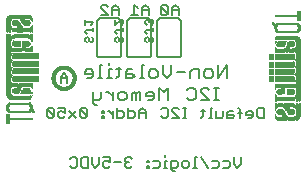
<source format=gbr>
G04 EAGLE Gerber RS-274X export*
G75*
%MOMM*%
%FSLAX34Y34*%
%LPD*%
%INSilkscreen Bottom*%
%IPPOS*%
%AMOC8*
5,1,8,0,0,1.08239X$1,22.5*%
G01*
%ADD10C,0.177800*%
%ADD11C,0.127000*%
%ADD12C,0.304800*%
%ADD13C,0.203200*%
%ADD14R,0.022863X0.462278*%
%ADD15R,0.022863X0.462281*%
%ADD16R,0.022863X0.436881*%
%ADD17R,0.023113X0.462278*%
%ADD18R,0.023113X0.462281*%
%ADD19R,0.023113X0.436881*%
%ADD20R,0.023116X0.462278*%
%ADD21R,0.023116X0.462281*%
%ADD22R,0.023116X0.436881*%
%ADD23R,0.023113X0.022863*%
%ADD24R,0.023116X0.091441*%
%ADD25R,0.023113X0.139700*%
%ADD26R,0.023116X0.185419*%
%ADD27R,0.023113X0.254000*%
%ADD28R,0.023113X0.299719*%
%ADD29R,0.023116X0.345438*%
%ADD30R,0.023113X0.391159*%
%ADD31R,0.023116X0.393700*%
%ADD32R,0.022863X0.325119*%
%ADD33R,0.022863X0.599438*%
%ADD34R,0.022863X0.622300*%
%ADD35R,0.022863X0.530859*%
%ADD36R,0.022863X0.439422*%
%ADD37R,0.022863X0.231138*%
%ADD38R,0.022863X0.071119*%
%ADD39R,0.022863X0.533400*%
%ADD40R,0.022863X0.208281*%
%ADD41R,0.023113X0.345441*%
%ADD42R,0.023113X0.576578*%
%ADD43R,0.023113X0.599438*%
%ADD44R,0.023113X0.508000*%
%ADD45R,0.023113X0.416563*%
%ADD46R,0.023113X0.208278*%
%ADD47R,0.023113X0.553722*%
%ADD48R,0.023113X0.208281*%
%ADD49R,0.023116X0.345441*%
%ADD50R,0.023116X0.530859*%
%ADD51R,0.023116X0.370841*%
%ADD52R,0.023116X0.162559*%
%ADD53R,0.023116X0.576581*%
%ADD54R,0.023116X0.208281*%
%ADD55R,0.023113X0.322578*%
%ADD56R,0.023113X0.485137*%
%ADD57R,0.023113X0.416559*%
%ADD58R,0.023113X0.347981*%
%ADD59R,0.023113X0.116838*%
%ADD60R,0.023113X0.647700*%
%ADD61R,0.023116X0.322581*%
%ADD62R,0.023116X0.485137*%
%ADD63R,0.023116X0.093978*%
%ADD64R,0.023116X0.231141*%
%ADD65R,0.023116X0.693419*%
%ADD66R,0.023113X0.322581*%
%ADD67R,0.023113X0.439419*%
%ADD68R,0.023113X0.370841*%
%ADD69R,0.023113X0.299722*%
%ADD70R,0.023113X0.045719*%
%ADD71R,0.023113X0.739138*%
%ADD72R,0.023113X0.414019*%
%ADD73R,0.023113X0.347978*%
%ADD74R,0.023113X0.762000*%
%ADD75R,0.023116X0.414019*%
%ADD76R,0.023116X0.182881*%
%ADD77R,0.023116X0.347978*%
%ADD78R,0.023116X0.276863*%
%ADD79R,0.023116X0.116841*%
%ADD80R,0.023116X0.276859*%
%ADD81R,0.023116X0.784863*%
%ADD82R,0.023113X0.325119*%
%ADD83R,0.023113X0.276863*%
%ADD84R,0.023113X0.276859*%
%ADD85R,0.023116X0.325119*%
%ADD86R,0.023116X0.391159*%
%ADD87R,0.023116X0.302259*%
%ADD88R,0.023116X0.254000*%
%ADD89R,0.023113X0.302259*%
%ADD90R,0.023113X0.393700*%
%ADD91R,0.023113X0.231141*%
%ADD92R,0.022863X0.302259*%
%ADD93R,0.022863X0.439419*%
%ADD94R,0.022863X0.368300*%
%ADD95R,0.022863X0.391159*%
%ADD96R,0.022863X0.416559*%
%ADD97R,0.022863X0.276863*%
%ADD98R,0.022863X0.205741*%
%ADD99R,0.023113X0.368300*%
%ADD100R,0.023113X0.205741*%
%ADD101R,0.023116X0.368300*%
%ADD102R,0.023116X0.205741*%
%ADD103R,0.023113X0.182881*%
%ADD104R,0.022863X0.276859*%
%ADD105R,0.022863X0.182881*%
%ADD106R,0.023113X0.924559*%
%ADD107R,0.023116X0.924559*%
%ADD108R,0.023113X0.901700*%
%ADD109R,0.023116X0.901700*%
%ADD110R,0.023113X0.878841*%
%ADD111R,0.023116X0.855981*%
%ADD112R,0.023113X0.833119*%
%ADD113R,0.022863X0.787400*%
%ADD114R,0.022863X0.414019*%
%ADD115R,0.022863X0.924559*%
%ADD116R,0.023113X0.739141*%
%ADD117R,0.023116X0.716281*%
%ADD118R,0.023116X0.299722*%
%ADD119R,0.023113X0.670559*%
%ADD120R,0.023116X0.647700*%
%ADD121R,0.023116X0.508000*%
%ADD122R,0.023116X0.299719*%
%ADD123R,0.023113X0.601981*%
%ADD124R,0.023113X0.530859*%
%ADD125R,0.023113X0.231138*%
%ADD126R,0.023113X0.556259*%
%ADD127R,0.023113X0.185419*%
%ADD128R,0.023116X0.533400*%
%ADD129R,0.023116X0.599438*%
%ADD130R,0.023116X0.416563*%
%ADD131R,0.023116X0.116838*%
%ADD132R,0.023113X0.485141*%
%ADD133R,0.023113X0.645159*%
%ADD134R,0.023113X0.716278*%
%ADD135R,0.022863X0.393700*%
%ADD136R,0.022863X0.762000*%
%ADD137R,0.022863X0.624841*%
%ADD138R,0.023113X0.784859*%
%ADD139R,0.023113X0.693422*%
%ADD140R,0.023116X0.830578*%
%ADD141R,0.023116X0.739141*%
%ADD142R,0.023113X0.876300*%
%ADD143R,0.023113X0.807722*%
%ADD144R,0.023116X0.899159*%
%ADD145R,0.023116X0.878841*%
%ADD146R,0.023113X0.922019*%
%ADD147R,0.023113X0.947419*%
%ADD148R,0.023116X0.970278*%
%ADD149R,0.023113X0.970278*%
%ADD150R,0.023116X0.439419*%
%ADD151R,0.022863X0.299722*%
%ADD152R,0.023116X0.416559*%
%ADD153R,0.023116X0.347981*%
%ADD154R,0.023113X0.137159*%
%ADD155R,0.023113X0.093978*%
%ADD156R,0.023113X0.091441*%
%ADD157R,0.023113X0.093981*%
%ADD158R,0.023113X0.114300*%
%ADD159R,0.023116X0.045719*%
%ADD160R,0.023116X0.045722*%
%ADD161R,0.023113X0.071119*%
%ADD162R,0.023113X0.116841*%
%ADD163R,0.023116X0.139700*%
%ADD164R,0.022863X0.322581*%
%ADD165R,0.022863X0.345441*%
%ADD166R,0.022863X0.162559*%
%ADD167R,0.022863X0.576581*%
%ADD168R,0.023113X0.668019*%
%ADD169R,0.023113X0.533400*%
%ADD170R,0.023116X1.455419*%
%ADD171R,0.023116X5.519419*%
%ADD172R,0.023113X1.455419*%
%ADD173R,0.023113X5.519419*%
%ADD174R,0.023116X5.494019*%
%ADD175R,0.023113X1.430019*%
%ADD176R,0.023113X5.494019*%
%ADD177R,0.023116X1.430019*%
%ADD178R,0.023116X5.471159*%
%ADD179R,0.023116X0.762000*%
%ADD180R,0.023113X1.407159*%
%ADD181R,0.023113X5.471159*%
%ADD182R,0.022863X1.384300*%
%ADD183R,0.022863X5.448300*%
%ADD184R,0.022863X0.716278*%
%ADD185R,0.022863X0.878841*%
%ADD186R,0.023113X1.361438*%
%ADD187R,0.023113X5.425438*%
%ADD188R,0.023116X1.338578*%
%ADD189R,0.023116X5.402578*%
%ADD190R,0.023116X0.624841*%
%ADD191R,0.023113X1.292859*%
%ADD192R,0.023113X5.356859*%
%ADD193R,0.023116X1.224278*%
%ADD194R,0.023116X5.288278*%
%ADD195C,0.152400*%


D10*
X138949Y35179D02*
X138949Y46110D01*
X131661Y35179D01*
X131661Y46110D01*
X125433Y35179D02*
X121789Y35179D01*
X119967Y37001D01*
X119967Y40645D01*
X121789Y42467D01*
X125433Y42467D01*
X127255Y40645D01*
X127255Y37001D01*
X125433Y35179D01*
X115561Y35179D02*
X115561Y42467D01*
X110095Y42467D01*
X108274Y40645D01*
X108274Y35179D01*
X103867Y40645D02*
X96580Y40645D01*
X92173Y38823D02*
X92173Y46110D01*
X92173Y38823D02*
X88529Y35179D01*
X84886Y38823D01*
X84886Y46110D01*
X78657Y35179D02*
X75013Y35179D01*
X73192Y37001D01*
X73192Y40645D01*
X75013Y42467D01*
X78657Y42467D01*
X80479Y40645D01*
X80479Y37001D01*
X78657Y35179D01*
X68785Y46110D02*
X66963Y46110D01*
X66963Y35179D01*
X68785Y35179D02*
X65141Y35179D01*
X59167Y42467D02*
X55524Y42467D01*
X53702Y40645D01*
X53702Y35179D01*
X59167Y35179D01*
X60989Y37001D01*
X59167Y38823D01*
X53702Y38823D01*
X47473Y37001D02*
X47473Y44288D01*
X47473Y37001D02*
X45651Y35179D01*
X45651Y42467D02*
X49295Y42467D01*
X41499Y42467D02*
X39677Y42467D01*
X39677Y35179D01*
X37856Y35179D02*
X41499Y35179D01*
X39677Y46110D02*
X39677Y47932D01*
X33703Y46110D02*
X31881Y46110D01*
X31881Y35179D01*
X30060Y35179D02*
X33703Y35179D01*
X24085Y35179D02*
X20442Y35179D01*
X24085Y35179D02*
X25907Y37001D01*
X25907Y40645D01*
X24085Y42467D01*
X20442Y42467D01*
X18620Y40645D01*
X18620Y38823D01*
X25907Y38823D01*
X128484Y16129D02*
X132127Y16129D01*
X130306Y16129D02*
X130306Y27060D01*
X132127Y27060D02*
X128484Y27060D01*
X124332Y16129D02*
X117044Y16129D01*
X124332Y16129D02*
X117044Y23417D01*
X117044Y25238D01*
X118866Y27060D01*
X122510Y27060D01*
X124332Y25238D01*
X107172Y27060D02*
X105350Y25238D01*
X107172Y27060D02*
X110816Y27060D01*
X112638Y25238D01*
X112638Y17951D01*
X110816Y16129D01*
X107172Y16129D01*
X105350Y17951D01*
X89250Y16129D02*
X89250Y27060D01*
X85606Y23417D01*
X81962Y27060D01*
X81962Y16129D01*
X75734Y16129D02*
X72090Y16129D01*
X75734Y16129D02*
X77556Y17951D01*
X77556Y21595D01*
X75734Y23417D01*
X72090Y23417D01*
X70268Y21595D01*
X70268Y19773D01*
X77556Y19773D01*
X65862Y16129D02*
X65862Y23417D01*
X64040Y23417D01*
X62218Y21595D01*
X62218Y16129D01*
X62218Y21595D02*
X60396Y23417D01*
X58574Y21595D01*
X58574Y16129D01*
X52346Y16129D02*
X48702Y16129D01*
X46880Y17951D01*
X46880Y21595D01*
X48702Y23417D01*
X52346Y23417D01*
X54168Y21595D01*
X54168Y17951D01*
X52346Y16129D01*
X42474Y16129D02*
X42474Y23417D01*
X42474Y19773D02*
X38830Y23417D01*
X37008Y23417D01*
X32729Y23417D02*
X32729Y17951D01*
X30907Y16129D01*
X25441Y16129D01*
X25441Y14307D02*
X25441Y23417D01*
X25441Y14307D02*
X27263Y12485D01*
X29085Y12485D01*
D11*
X170387Y10168D02*
X170387Y1270D01*
X165938Y1270D01*
X164455Y2753D01*
X164455Y8685D01*
X165938Y10168D01*
X170387Y10168D01*
X159549Y1270D02*
X156583Y1270D01*
X159549Y1270D02*
X161032Y2753D01*
X161032Y5719D01*
X159549Y7202D01*
X156583Y7202D01*
X155100Y5719D01*
X155100Y4236D01*
X161032Y4236D01*
X150194Y1270D02*
X150194Y8685D01*
X148711Y10168D01*
X148711Y5719D02*
X151677Y5719D01*
X143957Y7202D02*
X140991Y7202D01*
X139508Y5719D01*
X139508Y1270D01*
X143957Y1270D01*
X145440Y2753D01*
X143957Y4236D01*
X139508Y4236D01*
X136085Y2753D02*
X136085Y7202D01*
X136085Y2753D02*
X134602Y1270D01*
X130153Y1270D01*
X130153Y7202D01*
X126729Y10168D02*
X125247Y10168D01*
X125247Y1270D01*
X126729Y1270D02*
X123764Y1270D01*
X119010Y2753D02*
X119010Y8685D01*
X119010Y2753D02*
X117527Y1270D01*
X117527Y7202D02*
X120493Y7202D01*
X104901Y1270D02*
X101935Y1270D01*
X103418Y1270D02*
X103418Y10168D01*
X104901Y10168D02*
X101935Y10168D01*
X98664Y1270D02*
X92732Y1270D01*
X98664Y1270D02*
X92732Y7202D01*
X92732Y8685D01*
X94215Y10168D01*
X97181Y10168D01*
X98664Y8685D01*
X84860Y10168D02*
X83377Y8685D01*
X84860Y10168D02*
X87826Y10168D01*
X89309Y8685D01*
X89309Y2753D01*
X87826Y1270D01*
X84860Y1270D01*
X83377Y2753D01*
X70598Y1270D02*
X70598Y7202D01*
X67632Y10168D01*
X64667Y7202D01*
X64667Y1270D01*
X64667Y5719D02*
X70598Y5719D01*
X55311Y10168D02*
X55311Y1270D01*
X59760Y1270D01*
X61243Y2753D01*
X61243Y5719D01*
X59760Y7202D01*
X55311Y7202D01*
X45956Y10168D02*
X45956Y1270D01*
X50405Y1270D01*
X51888Y2753D01*
X51888Y5719D01*
X50405Y7202D01*
X45956Y7202D01*
X42533Y7202D02*
X42533Y1270D01*
X42533Y4236D02*
X39567Y7202D01*
X38084Y7202D01*
X34737Y7202D02*
X33254Y7202D01*
X33254Y5719D01*
X34737Y5719D01*
X34737Y7202D01*
X34737Y2753D02*
X33254Y2753D01*
X33254Y1270D01*
X34737Y1270D01*
X34737Y2753D01*
X20704Y2753D02*
X20704Y8685D01*
X19221Y10168D01*
X16255Y10168D01*
X14772Y8685D01*
X14772Y2753D01*
X16255Y1270D01*
X19221Y1270D01*
X20704Y2753D01*
X14772Y8685D01*
X11349Y7202D02*
X5417Y1270D01*
X11349Y1270D02*
X5417Y7202D01*
X1994Y10168D02*
X-3938Y10168D01*
X1994Y10168D02*
X1994Y5719D01*
X-972Y7202D01*
X-2455Y7202D01*
X-3938Y5719D01*
X-3938Y2753D01*
X-2455Y1270D01*
X511Y1270D01*
X1994Y2753D01*
X-7362Y2753D02*
X-7362Y8685D01*
X-8844Y10168D01*
X-11810Y10168D01*
X-13293Y8685D01*
X-13293Y2753D01*
X-11810Y1270D01*
X-8844Y1270D01*
X-7362Y2753D01*
X-13293Y8685D01*
X98255Y88265D02*
X98255Y94197D01*
X95289Y97163D01*
X92323Y94197D01*
X92323Y88265D01*
X92323Y92714D02*
X98255Y92714D01*
X88900Y89748D02*
X88900Y95680D01*
X87417Y97163D01*
X84451Y97163D01*
X82968Y95680D01*
X82968Y89748D01*
X84451Y88265D01*
X87417Y88265D01*
X88900Y89748D01*
X82968Y95680D01*
X72855Y94197D02*
X72855Y88265D01*
X72855Y94197D02*
X69889Y97163D01*
X66923Y94197D01*
X66923Y88265D01*
X66923Y92714D02*
X72855Y92714D01*
X63500Y94197D02*
X60534Y97163D01*
X60534Y88265D01*
X63500Y88265D02*
X57568Y88265D01*
X47455Y88265D02*
X47455Y94197D01*
X44489Y97163D01*
X41523Y94197D01*
X41523Y88265D01*
X41523Y92714D02*
X47455Y92714D01*
X38100Y88265D02*
X32168Y88265D01*
X38100Y88265D02*
X32168Y94197D01*
X32168Y95680D01*
X33651Y97163D01*
X36617Y97163D01*
X38100Y95680D01*
X150897Y-31742D02*
X150897Y-37674D01*
X147931Y-40640D01*
X144965Y-37674D01*
X144965Y-31742D01*
X140059Y-34708D02*
X135610Y-34708D01*
X140059Y-34708D02*
X141542Y-36191D01*
X141542Y-39157D01*
X140059Y-40640D01*
X135610Y-40640D01*
X130704Y-34708D02*
X126255Y-34708D01*
X130704Y-34708D02*
X132187Y-36191D01*
X132187Y-39157D01*
X130704Y-40640D01*
X126255Y-40640D01*
X122831Y-40640D02*
X116900Y-31742D01*
X113476Y-31742D02*
X111993Y-31742D01*
X111993Y-40640D01*
X113476Y-40640D02*
X110510Y-40640D01*
X105757Y-40640D02*
X102791Y-40640D01*
X101308Y-39157D01*
X101308Y-36191D01*
X102791Y-34708D01*
X105757Y-34708D01*
X107239Y-36191D01*
X107239Y-39157D01*
X105757Y-40640D01*
X94918Y-43606D02*
X93435Y-43606D01*
X91953Y-42123D01*
X91953Y-34708D01*
X96401Y-34708D01*
X97884Y-36191D01*
X97884Y-39157D01*
X96401Y-40640D01*
X91953Y-40640D01*
X88529Y-34708D02*
X87046Y-34708D01*
X87046Y-40640D01*
X88529Y-40640D02*
X85563Y-40640D01*
X87046Y-31742D02*
X87046Y-30259D01*
X80809Y-34708D02*
X76361Y-34708D01*
X80809Y-34708D02*
X82292Y-36191D01*
X82292Y-39157D01*
X80809Y-40640D01*
X76361Y-40640D01*
X72937Y-34708D02*
X71454Y-34708D01*
X71454Y-36191D01*
X72937Y-36191D01*
X72937Y-34708D01*
X72937Y-39157D02*
X71454Y-39157D01*
X71454Y-40640D01*
X72937Y-40640D01*
X72937Y-39157D01*
X58904Y-33225D02*
X57421Y-31742D01*
X54456Y-31742D01*
X52973Y-33225D01*
X52973Y-34708D01*
X54456Y-36191D01*
X55938Y-36191D01*
X54456Y-36191D02*
X52973Y-37674D01*
X52973Y-39157D01*
X54456Y-40640D01*
X57421Y-40640D01*
X58904Y-39157D01*
X49549Y-36191D02*
X43617Y-36191D01*
X40194Y-31742D02*
X34262Y-31742D01*
X40194Y-31742D02*
X40194Y-36191D01*
X37228Y-34708D01*
X35745Y-34708D01*
X34262Y-36191D01*
X34262Y-39157D01*
X35745Y-40640D01*
X38711Y-40640D01*
X40194Y-39157D01*
X30839Y-37674D02*
X30839Y-31742D01*
X30839Y-37674D02*
X27873Y-40640D01*
X24907Y-37674D01*
X24907Y-31742D01*
X21484Y-31742D02*
X21484Y-40640D01*
X17035Y-40640D01*
X15552Y-39157D01*
X15552Y-33225D01*
X17035Y-31742D01*
X21484Y-31742D01*
X7680Y-31742D02*
X6197Y-33225D01*
X7680Y-31742D02*
X10645Y-31742D01*
X12128Y-33225D01*
X12128Y-39157D01*
X10645Y-40640D01*
X7680Y-40640D01*
X6197Y-39157D01*
D12*
X-7710Y34925D02*
X-7707Y35145D01*
X-7699Y35366D01*
X-7686Y35586D01*
X-7667Y35805D01*
X-7642Y36024D01*
X-7613Y36243D01*
X-7578Y36460D01*
X-7537Y36677D01*
X-7492Y36893D01*
X-7441Y37107D01*
X-7385Y37320D01*
X-7323Y37532D01*
X-7257Y37742D01*
X-7185Y37950D01*
X-7108Y38157D01*
X-7026Y38361D01*
X-6940Y38564D01*
X-6848Y38764D01*
X-6751Y38963D01*
X-6650Y39158D01*
X-6543Y39351D01*
X-6432Y39542D01*
X-6317Y39729D01*
X-6197Y39914D01*
X-6072Y40096D01*
X-5943Y40274D01*
X-5809Y40450D01*
X-5672Y40622D01*
X-5530Y40790D01*
X-5384Y40956D01*
X-5234Y41117D01*
X-5080Y41275D01*
X-4922Y41429D01*
X-4761Y41579D01*
X-4595Y41725D01*
X-4427Y41867D01*
X-4255Y42004D01*
X-4079Y42138D01*
X-3901Y42267D01*
X-3719Y42392D01*
X-3534Y42512D01*
X-3347Y42627D01*
X-3156Y42738D01*
X-2963Y42845D01*
X-2768Y42946D01*
X-2569Y43043D01*
X-2369Y43135D01*
X-2166Y43221D01*
X-1962Y43303D01*
X-1755Y43380D01*
X-1547Y43452D01*
X-1337Y43518D01*
X-1125Y43580D01*
X-912Y43636D01*
X-698Y43687D01*
X-482Y43732D01*
X-265Y43773D01*
X-48Y43808D01*
X171Y43837D01*
X390Y43862D01*
X609Y43881D01*
X829Y43894D01*
X1050Y43902D01*
X1270Y43905D01*
X1490Y43902D01*
X1711Y43894D01*
X1931Y43881D01*
X2150Y43862D01*
X2369Y43837D01*
X2588Y43808D01*
X2805Y43773D01*
X3022Y43732D01*
X3238Y43687D01*
X3452Y43636D01*
X3665Y43580D01*
X3877Y43518D01*
X4087Y43452D01*
X4295Y43380D01*
X4502Y43303D01*
X4706Y43221D01*
X4909Y43135D01*
X5109Y43043D01*
X5308Y42946D01*
X5503Y42845D01*
X5696Y42738D01*
X5887Y42627D01*
X6074Y42512D01*
X6259Y42392D01*
X6441Y42267D01*
X6619Y42138D01*
X6795Y42004D01*
X6967Y41867D01*
X7135Y41725D01*
X7301Y41579D01*
X7462Y41429D01*
X7620Y41275D01*
X7774Y41117D01*
X7924Y40956D01*
X8070Y40790D01*
X8212Y40622D01*
X8349Y40450D01*
X8483Y40274D01*
X8612Y40096D01*
X8737Y39914D01*
X8857Y39729D01*
X8972Y39542D01*
X9083Y39351D01*
X9190Y39158D01*
X9291Y38963D01*
X9388Y38764D01*
X9480Y38564D01*
X9566Y38361D01*
X9648Y38157D01*
X9725Y37950D01*
X9797Y37742D01*
X9863Y37532D01*
X9925Y37320D01*
X9981Y37107D01*
X10032Y36893D01*
X10077Y36677D01*
X10118Y36460D01*
X10153Y36243D01*
X10182Y36024D01*
X10207Y35805D01*
X10226Y35586D01*
X10239Y35366D01*
X10247Y35145D01*
X10250Y34925D01*
X10247Y34705D01*
X10239Y34484D01*
X10226Y34264D01*
X10207Y34045D01*
X10182Y33826D01*
X10153Y33607D01*
X10118Y33390D01*
X10077Y33173D01*
X10032Y32957D01*
X9981Y32743D01*
X9925Y32530D01*
X9863Y32318D01*
X9797Y32108D01*
X9725Y31900D01*
X9648Y31693D01*
X9566Y31489D01*
X9480Y31286D01*
X9388Y31086D01*
X9291Y30887D01*
X9190Y30692D01*
X9083Y30499D01*
X8972Y30308D01*
X8857Y30121D01*
X8737Y29936D01*
X8612Y29754D01*
X8483Y29576D01*
X8349Y29400D01*
X8212Y29228D01*
X8070Y29060D01*
X7924Y28894D01*
X7774Y28733D01*
X7620Y28575D01*
X7462Y28421D01*
X7301Y28271D01*
X7135Y28125D01*
X6967Y27983D01*
X6795Y27846D01*
X6619Y27712D01*
X6441Y27583D01*
X6259Y27458D01*
X6074Y27338D01*
X5887Y27223D01*
X5696Y27112D01*
X5503Y27005D01*
X5308Y26904D01*
X5109Y26807D01*
X4909Y26715D01*
X4706Y26629D01*
X4502Y26547D01*
X4295Y26470D01*
X4087Y26398D01*
X3877Y26332D01*
X3665Y26270D01*
X3452Y26214D01*
X3238Y26163D01*
X3022Y26118D01*
X2805Y26077D01*
X2588Y26042D01*
X2369Y26013D01*
X2150Y25988D01*
X1931Y25969D01*
X1711Y25956D01*
X1490Y25948D01*
X1270Y25945D01*
X1050Y25948D01*
X829Y25956D01*
X609Y25969D01*
X390Y25988D01*
X171Y26013D01*
X-48Y26042D01*
X-265Y26077D01*
X-482Y26118D01*
X-698Y26163D01*
X-912Y26214D01*
X-1125Y26270D01*
X-1337Y26332D01*
X-1547Y26398D01*
X-1755Y26470D01*
X-1962Y26547D01*
X-2166Y26629D01*
X-2369Y26715D01*
X-2569Y26807D01*
X-2768Y26904D01*
X-2963Y27005D01*
X-3156Y27112D01*
X-3347Y27223D01*
X-3534Y27338D01*
X-3719Y27458D01*
X-3901Y27583D01*
X-4079Y27712D01*
X-4255Y27846D01*
X-4427Y27983D01*
X-4595Y28125D01*
X-4761Y28271D01*
X-4922Y28421D01*
X-5080Y28575D01*
X-5234Y28733D01*
X-5384Y28894D01*
X-5530Y29060D01*
X-5672Y29228D01*
X-5809Y29400D01*
X-5943Y29576D01*
X-6072Y29754D01*
X-6197Y29936D01*
X-6317Y30121D01*
X-6432Y30308D01*
X-6543Y30499D01*
X-6650Y30692D01*
X-6751Y30887D01*
X-6848Y31086D01*
X-6940Y31286D01*
X-7026Y31489D01*
X-7108Y31693D01*
X-7185Y31900D01*
X-7257Y32108D01*
X-7323Y32318D01*
X-7385Y32530D01*
X-7441Y32743D01*
X-7492Y32957D01*
X-7537Y33173D01*
X-7578Y33390D01*
X-7613Y33607D01*
X-7642Y33826D01*
X-7667Y34045D01*
X-7686Y34264D01*
X-7699Y34484D01*
X-7707Y34705D01*
X-7710Y34925D01*
D13*
X3810Y36284D02*
X3810Y30861D01*
X3810Y36284D02*
X1098Y38996D01*
X-1613Y36284D01*
X-1613Y30861D01*
X-1613Y34928D02*
X3810Y34928D01*
D14*
X175260Y34112D03*
D15*
X175260Y40361D03*
X175260Y46584D03*
D16*
X175260Y52934D03*
D17*
X175490Y34112D03*
D18*
X175490Y40361D03*
X175490Y46584D03*
D19*
X175490Y52934D03*
D20*
X175721Y34112D03*
D21*
X175721Y40361D03*
X175721Y46584D03*
D22*
X175721Y52934D03*
D17*
X175952Y34112D03*
D18*
X175952Y40361D03*
X175952Y46584D03*
D19*
X175952Y52934D03*
D20*
X176183Y34112D03*
D21*
X176183Y40361D03*
X176183Y46584D03*
D22*
X176183Y52934D03*
D17*
X176414Y34112D03*
D18*
X176414Y40361D03*
X176414Y46584D03*
D19*
X176414Y52934D03*
D17*
X176646Y34112D03*
D18*
X176646Y40361D03*
X176646Y46584D03*
D19*
X176646Y52934D03*
D20*
X176877Y34112D03*
D21*
X176877Y40361D03*
X176877Y46584D03*
D22*
X176877Y52934D03*
D17*
X177108Y34112D03*
D18*
X177108Y40361D03*
X177108Y46584D03*
D19*
X177108Y52934D03*
D20*
X177339Y34112D03*
D21*
X177339Y40361D03*
X177339Y46584D03*
D22*
X177339Y52934D03*
D17*
X177570Y34112D03*
D18*
X177570Y40361D03*
X177570Y46584D03*
D19*
X177570Y52934D03*
D14*
X177800Y34112D03*
D15*
X177800Y40361D03*
X177800Y46584D03*
D16*
X177800Y52934D03*
D17*
X178030Y34112D03*
D18*
X178030Y40361D03*
X178030Y46584D03*
D19*
X178030Y52934D03*
D23*
X178030Y81344D03*
D20*
X178261Y34112D03*
D21*
X178261Y40361D03*
X178261Y46584D03*
D22*
X178261Y52934D03*
D24*
X178261Y81229D03*
D17*
X178492Y34112D03*
D18*
X178492Y40361D03*
X178492Y46584D03*
D19*
X178492Y52934D03*
D25*
X178492Y80988D03*
D20*
X178723Y34112D03*
D21*
X178723Y40361D03*
X178723Y46584D03*
D22*
X178723Y52934D03*
D26*
X178723Y80988D03*
D17*
X178954Y34112D03*
D18*
X178954Y40361D03*
X178954Y46584D03*
D19*
X178954Y52934D03*
D27*
X178954Y80874D03*
D17*
X179186Y34112D03*
D18*
X179186Y40361D03*
X179186Y46584D03*
D19*
X179186Y52934D03*
D28*
X179186Y80645D03*
D20*
X179417Y34112D03*
D21*
X179417Y40361D03*
X179417Y46584D03*
D22*
X179417Y52934D03*
D29*
X179417Y80645D03*
D30*
X179648Y80416D03*
D31*
X179879Y79947D03*
D17*
X180110Y78918D03*
D32*
X180340Y2946D03*
D33*
X180340Y10795D03*
D34*
X180340Y18529D03*
D35*
X180340Y27546D03*
D14*
X180340Y34112D03*
D15*
X180340Y40361D03*
X180340Y46584D03*
D16*
X180340Y52934D03*
D36*
X180340Y59169D03*
D37*
X180340Y64834D03*
D38*
X180340Y67945D03*
D39*
X180340Y78105D03*
D40*
X180340Y87351D03*
D41*
X180570Y2591D03*
D42*
X180570Y10909D03*
D43*
X180570Y18415D03*
D44*
X180570Y27661D03*
D17*
X180570Y34112D03*
D18*
X180570Y40361D03*
X180570Y46584D03*
D19*
X180570Y52934D03*
D45*
X180570Y59055D03*
D46*
X180570Y64948D03*
D25*
X180570Y68288D03*
D47*
X180570Y77521D03*
D48*
X180570Y87351D03*
D49*
X180801Y2134D03*
D50*
X180801Y11138D03*
X180801Y18072D03*
D20*
X180801Y27889D03*
X180801Y34112D03*
D21*
X180801Y40361D03*
X180801Y46584D03*
D22*
X180801Y52934D03*
D51*
X180801Y58826D03*
D52*
X180801Y65176D03*
D26*
X180801Y68517D03*
D53*
X180801Y77407D03*
D54*
X180801Y87351D03*
D55*
X181032Y1791D03*
D56*
X181032Y11367D03*
D44*
X181032Y17958D03*
D57*
X181032Y28118D03*
D17*
X181032Y34112D03*
D18*
X181032Y40361D03*
X181032Y46584D03*
D19*
X181032Y52934D03*
D58*
X181032Y58712D03*
D59*
X181032Y65405D03*
D46*
X181032Y68631D03*
D60*
X181032Y77534D03*
D48*
X181032Y87351D03*
D61*
X181263Y1562D03*
D20*
X181263Y11481D03*
D62*
X181263Y17844D03*
D31*
X181263Y28232D03*
D20*
X181263Y34112D03*
D21*
X181263Y40361D03*
X181263Y46584D03*
D22*
X181263Y52934D03*
D61*
X181263Y58585D03*
D63*
X181263Y65519D03*
D64*
X181263Y68745D03*
D65*
X181263Y77534D03*
D54*
X181263Y87351D03*
D66*
X181494Y1334D03*
D67*
X181494Y11595D03*
D17*
X181494Y17729D03*
D68*
X181494Y28346D03*
D17*
X181494Y34112D03*
D18*
X181494Y40361D03*
X181494Y46584D03*
D19*
X181494Y52934D03*
D69*
X181494Y58471D03*
D70*
X181494Y65761D03*
D27*
X181494Y68859D03*
D71*
X181494Y77534D03*
D48*
X181494Y87351D03*
D66*
X181726Y1105D03*
D72*
X181726Y11722D03*
D67*
X181726Y17615D03*
D73*
X181726Y28461D03*
D17*
X181726Y34112D03*
D18*
X181726Y40361D03*
X181726Y46584D03*
D19*
X181726Y52934D03*
D69*
X181726Y58471D03*
D27*
X181726Y68859D03*
D74*
X181726Y77419D03*
D48*
X181726Y87351D03*
D61*
X181957Y1105D03*
D64*
X181957Y6185D03*
D75*
X181957Y11722D03*
X181957Y17488D03*
D76*
X181957Y23266D03*
D77*
X181957Y28461D03*
D20*
X181957Y34112D03*
D21*
X181957Y40361D03*
X181957Y46584D03*
D22*
X181957Y52934D03*
D78*
X181957Y58357D03*
D79*
X181957Y63094D03*
D80*
X181957Y68974D03*
D81*
X181957Y77534D03*
D54*
X181957Y87351D03*
D82*
X182188Y864D03*
D66*
X182188Y6185D03*
D30*
X182188Y11836D03*
D72*
X182188Y17488D03*
D82*
X182188Y23266D03*
X182188Y28575D03*
D17*
X182188Y34112D03*
D18*
X182188Y40361D03*
X182188Y46584D03*
D19*
X182188Y52934D03*
D83*
X182188Y58357D03*
D84*
X182188Y63208D03*
X182188Y68974D03*
D83*
X182188Y74994D03*
D84*
X182188Y80302D03*
D48*
X182188Y87351D03*
D85*
X182419Y864D03*
D51*
X182419Y6172D03*
D86*
X182419Y11836D03*
D75*
X182419Y17488D03*
D51*
X182419Y23266D03*
D85*
X182419Y28575D03*
D20*
X182419Y34112D03*
D21*
X182419Y40361D03*
X182419Y46584D03*
D22*
X182419Y52934D03*
D78*
X182419Y58357D03*
D49*
X182419Y63322D03*
D87*
X182419Y69101D03*
D88*
X182419Y74651D03*
D64*
X182419Y80531D03*
D54*
X182419Y87351D03*
D82*
X182650Y864D03*
D57*
X182650Y6172D03*
D30*
X182650Y11836D03*
X182650Y17374D03*
D57*
X182650Y23266D03*
D89*
X182650Y28689D03*
D17*
X182650Y34112D03*
D18*
X182650Y40361D03*
X182650Y46584D03*
D19*
X182650Y52934D03*
D83*
X182650Y58357D03*
D90*
X182650Y63564D03*
D89*
X182650Y69101D03*
D91*
X182650Y74536D03*
D48*
X182650Y80645D03*
X182650Y87351D03*
D92*
X182880Y749D03*
D93*
X182880Y6058D03*
D94*
X182880Y11951D03*
D95*
X182880Y17374D03*
D96*
X182880Y23266D03*
D92*
X182880Y28689D03*
D14*
X182880Y34112D03*
D15*
X182880Y40361D03*
X182880Y46584D03*
D16*
X182880Y52934D03*
D97*
X182880Y58357D03*
D93*
X182880Y63564D03*
D92*
X182880Y69101D03*
D98*
X182880Y74409D03*
D40*
X182880Y80645D03*
X182880Y87351D03*
D89*
X183110Y749D03*
D17*
X183110Y6172D03*
D99*
X183110Y11951D03*
D30*
X183110Y17374D03*
D18*
X183110Y23266D03*
D89*
X183110Y28689D03*
D17*
X183110Y34112D03*
D18*
X183110Y40361D03*
X183110Y46584D03*
D19*
X183110Y52934D03*
D83*
X183110Y58357D03*
D17*
X183110Y63678D03*
D89*
X183110Y69101D03*
D100*
X183110Y74409D03*
D48*
X183110Y80874D03*
X183110Y87351D03*
D87*
X183341Y749D03*
D20*
X183341Y6172D03*
D101*
X183341Y11951D03*
D86*
X183341Y17374D03*
D21*
X183341Y23266D03*
D87*
X183341Y28689D03*
D20*
X183341Y34112D03*
D21*
X183341Y40361D03*
X183341Y46584D03*
D22*
X183341Y52934D03*
D78*
X183341Y58357D03*
D20*
X183341Y63678D03*
D87*
X183341Y69101D03*
D102*
X183341Y74409D03*
D54*
X183341Y80874D03*
X183341Y87351D03*
D89*
X183572Y749D03*
D17*
X183572Y6172D03*
D99*
X183572Y11951D03*
X183572Y17259D03*
D18*
X183572Y23266D03*
D89*
X183572Y28689D03*
D17*
X183572Y34112D03*
D18*
X183572Y40361D03*
X183572Y46584D03*
D19*
X183572Y52934D03*
D83*
X183572Y58357D03*
D17*
X183572Y63678D03*
D89*
X183572Y69101D03*
D100*
X183572Y74409D03*
D48*
X183572Y80874D03*
X183572Y87351D03*
D87*
X183803Y749D03*
D20*
X183803Y6172D03*
D101*
X183803Y11951D03*
X183803Y17259D03*
D21*
X183803Y23266D03*
D87*
X183803Y28689D03*
D20*
X183803Y34112D03*
D21*
X183803Y40361D03*
X183803Y46584D03*
D22*
X183803Y52934D03*
D78*
X183803Y58357D03*
D20*
X183803Y63678D03*
D87*
X183803Y69101D03*
D76*
X183803Y74295D03*
D54*
X183803Y80874D03*
X183803Y87351D03*
D89*
X184034Y749D03*
D17*
X184034Y6172D03*
D99*
X184034Y11951D03*
X184034Y17259D03*
D18*
X184034Y23266D03*
D89*
X184034Y28689D03*
D17*
X184034Y34112D03*
D18*
X184034Y40361D03*
X184034Y46584D03*
D19*
X184034Y52934D03*
D83*
X184034Y58357D03*
D17*
X184034Y63678D03*
D89*
X184034Y69101D03*
D103*
X184034Y74295D03*
D48*
X184034Y80874D03*
X184034Y87351D03*
D89*
X184266Y749D03*
D17*
X184266Y6172D03*
D99*
X184266Y11951D03*
X184266Y17259D03*
D18*
X184266Y23266D03*
D84*
X184266Y28816D03*
D17*
X184266Y34112D03*
D18*
X184266Y40361D03*
X184266Y46584D03*
D19*
X184266Y52934D03*
D83*
X184266Y58357D03*
D17*
X184266Y63678D03*
D89*
X184266Y69101D03*
D103*
X184266Y74295D03*
D48*
X184266Y80874D03*
X184266Y87351D03*
D87*
X184497Y749D03*
D20*
X184497Y6172D03*
D101*
X184497Y11951D03*
X184497Y17259D03*
D21*
X184497Y23266D03*
D80*
X184497Y28816D03*
D20*
X184497Y34112D03*
D21*
X184497Y40361D03*
X184497Y46584D03*
D22*
X184497Y52934D03*
D78*
X184497Y58357D03*
D20*
X184497Y63678D03*
D87*
X184497Y69101D03*
D76*
X184497Y74295D03*
D54*
X184497Y80874D03*
X184497Y87351D03*
D89*
X184728Y749D03*
D17*
X184728Y6172D03*
D99*
X184728Y11951D03*
X184728Y17259D03*
D18*
X184728Y23266D03*
D84*
X184728Y28816D03*
D17*
X184728Y34112D03*
D18*
X184728Y40361D03*
X184728Y46584D03*
D19*
X184728Y52934D03*
D83*
X184728Y58357D03*
D17*
X184728Y63678D03*
D89*
X184728Y69101D03*
D103*
X184728Y74295D03*
D48*
X184728Y80874D03*
X184728Y87351D03*
D87*
X184959Y749D03*
D20*
X184959Y6172D03*
D101*
X184959Y11951D03*
X184959Y17259D03*
D21*
X184959Y23266D03*
D80*
X184959Y28816D03*
D20*
X184959Y34112D03*
D21*
X184959Y40361D03*
X184959Y46584D03*
D22*
X184959Y52934D03*
D78*
X184959Y58357D03*
D20*
X184959Y63678D03*
D87*
X184959Y69101D03*
D76*
X184959Y74295D03*
D54*
X184959Y80874D03*
X184959Y87351D03*
D89*
X185190Y749D03*
D17*
X185190Y6172D03*
D99*
X185190Y11951D03*
X185190Y17259D03*
D18*
X185190Y23266D03*
D84*
X185190Y28816D03*
D17*
X185190Y34112D03*
D18*
X185190Y40361D03*
X185190Y46584D03*
D19*
X185190Y52934D03*
D83*
X185190Y58357D03*
D17*
X185190Y63678D03*
D89*
X185190Y69101D03*
D103*
X185190Y74295D03*
D48*
X185190Y80874D03*
X185190Y87351D03*
D92*
X185420Y749D03*
D14*
X185420Y6172D03*
D94*
X185420Y11951D03*
X185420Y17259D03*
D15*
X185420Y23266D03*
D104*
X185420Y28816D03*
D14*
X185420Y34112D03*
D15*
X185420Y40361D03*
X185420Y46584D03*
D16*
X185420Y52934D03*
D97*
X185420Y58357D03*
D14*
X185420Y63678D03*
D92*
X185420Y69101D03*
D105*
X185420Y74295D03*
D40*
X185420Y80874D03*
X185420Y87351D03*
D89*
X185650Y749D03*
D17*
X185650Y6172D03*
D99*
X185650Y11951D03*
X185650Y17259D03*
D18*
X185650Y23266D03*
D84*
X185650Y28816D03*
D17*
X185650Y34112D03*
D18*
X185650Y40361D03*
X185650Y46584D03*
D19*
X185650Y52934D03*
D83*
X185650Y58357D03*
D17*
X185650Y63678D03*
D89*
X185650Y69101D03*
D103*
X185650Y74295D03*
D48*
X185650Y80874D03*
X185650Y87351D03*
D87*
X185881Y749D03*
D20*
X185881Y6172D03*
D101*
X185881Y11951D03*
X185881Y17259D03*
D21*
X185881Y23266D03*
D80*
X185881Y28816D03*
D20*
X185881Y34112D03*
D21*
X185881Y40361D03*
X185881Y46584D03*
D22*
X185881Y52934D03*
D78*
X185881Y58357D03*
D20*
X185881Y63678D03*
D87*
X185881Y69101D03*
D76*
X185881Y74295D03*
D54*
X185881Y80874D03*
X185881Y87351D03*
D89*
X186112Y749D03*
D17*
X186112Y6172D03*
D99*
X186112Y11951D03*
X186112Y17259D03*
D106*
X186112Y25578D03*
D17*
X186112Y34112D03*
D18*
X186112Y40361D03*
X186112Y46584D03*
D19*
X186112Y52934D03*
D83*
X186112Y58357D03*
D17*
X186112Y63678D03*
D89*
X186112Y69101D03*
D103*
X186112Y74295D03*
D48*
X186112Y80874D03*
X186112Y87351D03*
D87*
X186343Y749D03*
D20*
X186343Y6172D03*
D101*
X186343Y11951D03*
X186343Y17259D03*
D107*
X186343Y25578D03*
D20*
X186343Y34112D03*
D21*
X186343Y40361D03*
X186343Y46584D03*
D22*
X186343Y52934D03*
D78*
X186343Y58357D03*
D20*
X186343Y63678D03*
D87*
X186343Y69101D03*
D76*
X186343Y74295D03*
D54*
X186343Y80874D03*
X186343Y87351D03*
D89*
X186574Y749D03*
D67*
X186574Y6058D03*
D99*
X186574Y11951D03*
X186574Y17259D03*
D106*
X186574Y25578D03*
D17*
X186574Y34112D03*
D18*
X186574Y40361D03*
X186574Y46584D03*
D19*
X186574Y52934D03*
D83*
X186574Y58357D03*
D17*
X186574Y63678D03*
D89*
X186574Y69101D03*
D103*
X186574Y74295D03*
D48*
X186574Y80874D03*
X186574Y87351D03*
D108*
X186806Y3747D03*
D99*
X186806Y11951D03*
X186806Y17259D03*
D106*
X186806Y25578D03*
D17*
X186806Y34112D03*
D18*
X186806Y40361D03*
X186806Y46584D03*
D19*
X186806Y52934D03*
D83*
X186806Y58357D03*
D17*
X186806Y63678D03*
D89*
X186806Y69101D03*
D103*
X186806Y74295D03*
D48*
X186806Y80874D03*
X186806Y87351D03*
D109*
X187037Y3747D03*
D101*
X187037Y11951D03*
X187037Y17259D03*
D107*
X187037Y25578D03*
D20*
X187037Y34112D03*
D21*
X187037Y40361D03*
X187037Y46584D03*
D22*
X187037Y52934D03*
D78*
X187037Y58357D03*
D20*
X187037Y63678D03*
D87*
X187037Y69101D03*
D76*
X187037Y74295D03*
D54*
X187037Y80874D03*
X187037Y87351D03*
D110*
X187268Y3632D03*
D30*
X187268Y11836D03*
D99*
X187268Y17259D03*
D106*
X187268Y25578D03*
D17*
X187268Y34112D03*
D18*
X187268Y40361D03*
X187268Y46584D03*
D19*
X187268Y52934D03*
D83*
X187268Y58357D03*
D17*
X187268Y63678D03*
D89*
X187268Y69101D03*
D103*
X187268Y74295D03*
D48*
X187268Y80874D03*
X187268Y87351D03*
D111*
X187499Y3518D03*
D86*
X187499Y11836D03*
D101*
X187499Y17259D03*
D107*
X187499Y25578D03*
D20*
X187499Y34112D03*
D21*
X187499Y40361D03*
X187499Y46584D03*
D22*
X187499Y52934D03*
D78*
X187499Y58357D03*
D20*
X187499Y63678D03*
D87*
X187499Y69101D03*
D76*
X187499Y74295D03*
D54*
X187499Y80874D03*
X187499Y87351D03*
D112*
X187730Y3404D03*
D72*
X187730Y11722D03*
D99*
X187730Y17259D03*
D106*
X187730Y25578D03*
D17*
X187730Y34112D03*
D18*
X187730Y40361D03*
X187730Y46584D03*
D19*
X187730Y52934D03*
D83*
X187730Y58357D03*
D67*
X187730Y63792D03*
D89*
X187730Y69101D03*
D103*
X187730Y74295D03*
D48*
X187730Y80874D03*
X187730Y87351D03*
D113*
X187960Y3175D03*
D114*
X187960Y11722D03*
D94*
X187960Y17259D03*
D115*
X187960Y25578D03*
D14*
X187960Y34112D03*
D15*
X187960Y40361D03*
X187960Y46584D03*
D16*
X187960Y52934D03*
D97*
X187960Y58357D03*
D93*
X187960Y63792D03*
D92*
X187960Y69101D03*
D105*
X187960Y74295D03*
D40*
X187960Y80874D03*
X187960Y87351D03*
D116*
X188190Y2934D03*
D67*
X188190Y11595D03*
D99*
X188190Y17259D03*
D106*
X188190Y25578D03*
D17*
X188190Y34112D03*
D18*
X188190Y40361D03*
X188190Y46584D03*
D19*
X188190Y52934D03*
D69*
X188190Y58471D03*
D57*
X188190Y63906D03*
D89*
X188190Y69101D03*
D103*
X188190Y74295D03*
D48*
X188190Y80874D03*
X188190Y87351D03*
D117*
X188421Y2819D03*
D20*
X188421Y11481D03*
D101*
X188421Y17259D03*
D107*
X188421Y25578D03*
D20*
X188421Y34112D03*
D21*
X188421Y40361D03*
X188421Y46584D03*
D22*
X188421Y52934D03*
D118*
X188421Y58471D03*
D31*
X188421Y64021D03*
D87*
X188421Y69101D03*
D76*
X188421Y74295D03*
D54*
X188421Y80874D03*
X188421Y87351D03*
D119*
X188652Y2591D03*
D56*
X188652Y11367D03*
D99*
X188652Y17259D03*
D106*
X188652Y25578D03*
D17*
X188652Y34112D03*
D18*
X188652Y40361D03*
X188652Y46584D03*
D19*
X188652Y52934D03*
D66*
X188652Y58585D03*
D73*
X188652Y64249D03*
D89*
X188652Y69101D03*
D103*
X188652Y74295D03*
D48*
X188652Y80874D03*
X188652Y87351D03*
D120*
X188883Y2477D03*
D121*
X188883Y11252D03*
D101*
X188883Y17259D03*
D80*
X188883Y28816D03*
D20*
X188883Y34112D03*
D21*
X188883Y40361D03*
X188883Y46584D03*
D22*
X188883Y52934D03*
D61*
X188883Y58585D03*
D122*
X188883Y64491D03*
D87*
X188883Y69101D03*
D76*
X188883Y74295D03*
D54*
X188883Y80874D03*
X188883Y87351D03*
D123*
X189114Y2248D03*
D124*
X189114Y11138D03*
D99*
X189114Y17259D03*
D84*
X189114Y28816D03*
D17*
X189114Y34112D03*
D18*
X189114Y40361D03*
X189114Y46584D03*
D19*
X189114Y52934D03*
D58*
X189114Y58712D03*
D125*
X189114Y64834D03*
D89*
X189114Y69101D03*
D103*
X189114Y74295D03*
D48*
X189114Y80874D03*
X189114Y87351D03*
D126*
X189346Y2019D03*
D42*
X189346Y10909D03*
D99*
X189346Y17259D03*
D84*
X189346Y28816D03*
D17*
X189346Y34112D03*
D18*
X189346Y40361D03*
X189346Y46584D03*
D19*
X189346Y52934D03*
D68*
X189346Y58826D03*
D127*
X189346Y65062D03*
D89*
X189346Y69101D03*
D103*
X189346Y74295D03*
D48*
X189346Y80874D03*
X189346Y87351D03*
D128*
X189577Y1905D03*
D129*
X189577Y10795D03*
D101*
X189577Y17259D03*
D80*
X189577Y28816D03*
D20*
X189577Y34112D03*
D21*
X189577Y40361D03*
X189577Y46584D03*
D22*
X189577Y52934D03*
D130*
X189577Y59055D03*
D131*
X189577Y65405D03*
D87*
X189577Y69101D03*
D76*
X189577Y74295D03*
D54*
X189577Y80874D03*
X189577Y87351D03*
D132*
X189808Y1664D03*
D133*
X189808Y10566D03*
D99*
X189808Y17259D03*
D84*
X189808Y28816D03*
D17*
X189808Y34112D03*
D18*
X189808Y40361D03*
X189808Y46584D03*
D19*
X189808Y52934D03*
D18*
X189808Y59284D03*
D70*
X189808Y65761D03*
D89*
X189808Y69101D03*
D103*
X189808Y74295D03*
D48*
X189808Y80874D03*
X189808Y87351D03*
D21*
X190039Y1549D03*
D65*
X190039Y10325D03*
D101*
X190039Y17259D03*
D80*
X190039Y28816D03*
D20*
X190039Y34112D03*
D21*
X190039Y40361D03*
X190039Y46584D03*
D22*
X190039Y52934D03*
D121*
X190039Y59512D03*
D87*
X190039Y69101D03*
D76*
X190039Y74295D03*
D54*
X190039Y80874D03*
X190039Y87351D03*
D57*
X190270Y1321D03*
D134*
X190270Y10211D03*
D99*
X190270Y17259D03*
D84*
X190270Y28816D03*
D17*
X190270Y34112D03*
D18*
X190270Y40361D03*
X190270Y46584D03*
D19*
X190270Y52934D03*
D47*
X190270Y59741D03*
D89*
X190270Y69101D03*
D103*
X190270Y74295D03*
D48*
X190270Y80874D03*
X190270Y87351D03*
D135*
X190500Y1207D03*
D136*
X190500Y9982D03*
D94*
X190500Y17259D03*
D15*
X190500Y23266D03*
D104*
X190500Y28816D03*
D14*
X190500Y34112D03*
D15*
X190500Y40361D03*
X190500Y46584D03*
D16*
X190500Y52934D03*
D137*
X190500Y60096D03*
D92*
X190500Y69101D03*
D105*
X190500Y74295D03*
D40*
X190500Y80874D03*
X190500Y87351D03*
D68*
X190730Y1092D03*
D138*
X190730Y9868D03*
D99*
X190730Y17259D03*
D18*
X190730Y23266D03*
D84*
X190730Y28816D03*
D17*
X190730Y34112D03*
D18*
X190730Y40361D03*
X190730Y46584D03*
D19*
X190730Y52934D03*
D139*
X190730Y60439D03*
D89*
X190730Y69101D03*
D103*
X190730Y74295D03*
D48*
X190730Y80874D03*
X190730Y87351D03*
D51*
X190961Y1092D03*
D140*
X190961Y9639D03*
D101*
X190961Y17259D03*
D21*
X190961Y23266D03*
D80*
X190961Y28816D03*
D20*
X190961Y34112D03*
D21*
X190961Y40361D03*
X190961Y46584D03*
D22*
X190961Y52934D03*
D141*
X190961Y60668D03*
D87*
X190961Y69101D03*
D76*
X190961Y74295D03*
D54*
X190961Y80874D03*
X190961Y87351D03*
D58*
X191192Y978D03*
D142*
X191192Y9411D03*
D99*
X191192Y17259D03*
D18*
X191192Y23266D03*
D84*
X191192Y28816D03*
D17*
X191192Y34112D03*
D18*
X191192Y40361D03*
X191192Y46584D03*
D19*
X191192Y52934D03*
D143*
X191192Y61011D03*
D89*
X191192Y69101D03*
D103*
X191192Y74295D03*
D48*
X191192Y80874D03*
X191192Y87351D03*
D85*
X191423Y864D03*
D144*
X191423Y9296D03*
D101*
X191423Y17259D03*
D21*
X191423Y23266D03*
D80*
X191423Y28816D03*
D20*
X191423Y34112D03*
D21*
X191423Y40361D03*
X191423Y46584D03*
D22*
X191423Y52934D03*
D145*
X191423Y61366D03*
D87*
X191423Y69101D03*
D76*
X191423Y74295D03*
D54*
X191423Y80874D03*
X191423Y87351D03*
D82*
X191654Y864D03*
D146*
X191654Y9182D03*
D99*
X191654Y17259D03*
D18*
X191654Y23266D03*
D84*
X191654Y28816D03*
D17*
X191654Y34112D03*
D18*
X191654Y40361D03*
X191654Y46584D03*
D19*
X191654Y52934D03*
D108*
X191654Y61481D03*
D89*
X191654Y69101D03*
D103*
X191654Y74295D03*
D48*
X191654Y80874D03*
X191654Y87351D03*
D82*
X191886Y864D03*
D147*
X191886Y9055D03*
D99*
X191886Y17259D03*
D18*
X191886Y23266D03*
D84*
X191886Y28816D03*
D17*
X191886Y34112D03*
D18*
X191886Y40361D03*
X191886Y46584D03*
D19*
X191886Y52934D03*
D108*
X191886Y61481D03*
D89*
X191886Y69101D03*
D103*
X191886Y74295D03*
D48*
X191886Y80874D03*
X191886Y87351D03*
D87*
X192117Y749D03*
D148*
X192117Y8941D03*
D101*
X192117Y17259D03*
D21*
X192117Y23266D03*
D80*
X192117Y28816D03*
D20*
X192117Y34112D03*
D21*
X192117Y40361D03*
X192117Y46584D03*
D22*
X192117Y52934D03*
D109*
X192117Y61481D03*
D87*
X192117Y69101D03*
D76*
X192117Y74295D03*
D54*
X192117Y80874D03*
X192117Y87351D03*
D89*
X192348Y749D03*
D149*
X192348Y8941D03*
D99*
X192348Y17259D03*
D18*
X192348Y23266D03*
D84*
X192348Y28816D03*
D17*
X192348Y34112D03*
D18*
X192348Y40361D03*
X192348Y46584D03*
D19*
X192348Y52934D03*
D108*
X192348Y61481D03*
D89*
X192348Y69101D03*
D103*
X192348Y74295D03*
D48*
X192348Y80874D03*
X192348Y87351D03*
D87*
X192579Y749D03*
D20*
X192579Y6172D03*
D101*
X192579Y11951D03*
X192579Y17259D03*
D21*
X192579Y23266D03*
D80*
X192579Y28816D03*
D20*
X192579Y34112D03*
D21*
X192579Y40361D03*
X192579Y46584D03*
D22*
X192579Y52934D03*
D109*
X192579Y61481D03*
D87*
X192579Y69101D03*
D76*
X192579Y74295D03*
D54*
X192579Y80874D03*
X192579Y87351D03*
D89*
X192810Y749D03*
D17*
X192810Y6172D03*
D99*
X192810Y11951D03*
X192810Y17259D03*
D18*
X192810Y23266D03*
D84*
X192810Y28816D03*
D17*
X192810Y34112D03*
D18*
X192810Y40361D03*
X192810Y46584D03*
D19*
X192810Y52934D03*
D83*
X192810Y58357D03*
D67*
X192810Y63792D03*
D89*
X192810Y69101D03*
D103*
X192810Y74295D03*
D48*
X192810Y80874D03*
X192810Y87351D03*
D92*
X193040Y749D03*
D14*
X193040Y6172D03*
D94*
X193040Y11951D03*
X193040Y17259D03*
D15*
X193040Y23266D03*
D104*
X193040Y28816D03*
D14*
X193040Y34112D03*
D15*
X193040Y40361D03*
X193040Y46584D03*
D16*
X193040Y52934D03*
D97*
X193040Y58357D03*
D93*
X193040Y63792D03*
D92*
X193040Y69101D03*
D105*
X193040Y74295D03*
D40*
X193040Y80874D03*
X193040Y87351D03*
D89*
X193270Y749D03*
D17*
X193270Y6172D03*
D99*
X193270Y11951D03*
X193270Y17259D03*
D18*
X193270Y23266D03*
D84*
X193270Y28816D03*
D17*
X193270Y34112D03*
D18*
X193270Y40361D03*
X193270Y46584D03*
D19*
X193270Y52934D03*
D83*
X193270Y58357D03*
D67*
X193270Y63792D03*
D89*
X193270Y69101D03*
D103*
X193270Y74295D03*
D48*
X193270Y80874D03*
X193270Y87351D03*
D87*
X193501Y749D03*
D20*
X193501Y6172D03*
D101*
X193501Y11951D03*
X193501Y17259D03*
D21*
X193501Y23266D03*
D80*
X193501Y28816D03*
D20*
X193501Y34112D03*
D21*
X193501Y40361D03*
X193501Y46584D03*
D22*
X193501Y52934D03*
D78*
X193501Y58357D03*
D150*
X193501Y63792D03*
D87*
X193501Y69101D03*
D76*
X193501Y74295D03*
D54*
X193501Y80874D03*
X193501Y87351D03*
D89*
X193732Y749D03*
D17*
X193732Y6172D03*
D99*
X193732Y11951D03*
X193732Y17259D03*
D18*
X193732Y23266D03*
D84*
X193732Y28816D03*
D17*
X193732Y34112D03*
D18*
X193732Y40361D03*
X193732Y46584D03*
D19*
X193732Y52934D03*
D83*
X193732Y58357D03*
D67*
X193732Y63792D03*
D89*
X193732Y69101D03*
D103*
X193732Y74295D03*
D48*
X193732Y80874D03*
X193732Y87351D03*
D87*
X193963Y749D03*
D20*
X193963Y6172D03*
D101*
X193963Y11951D03*
X193963Y17259D03*
D21*
X193963Y23266D03*
D80*
X193963Y28816D03*
D20*
X193963Y34112D03*
D21*
X193963Y40361D03*
X193963Y46584D03*
D22*
X193963Y52934D03*
D78*
X193963Y58357D03*
D150*
X193963Y63792D03*
D87*
X193963Y69101D03*
D76*
X193963Y74295D03*
D54*
X193963Y80874D03*
X193963Y87351D03*
D89*
X194194Y749D03*
D17*
X194194Y6172D03*
D99*
X194194Y11951D03*
X194194Y17259D03*
D18*
X194194Y23266D03*
D84*
X194194Y28816D03*
D17*
X194194Y34112D03*
D18*
X194194Y40361D03*
X194194Y46584D03*
D19*
X194194Y52934D03*
D83*
X194194Y58357D03*
D67*
X194194Y63792D03*
D89*
X194194Y69101D03*
D103*
X194194Y74295D03*
D48*
X194194Y80874D03*
X194194Y87351D03*
D89*
X194426Y749D03*
D17*
X194426Y6172D03*
D99*
X194426Y11951D03*
X194426Y17259D03*
D18*
X194426Y23266D03*
D84*
X194426Y28816D03*
D17*
X194426Y34112D03*
D18*
X194426Y40361D03*
X194426Y46584D03*
D19*
X194426Y52934D03*
D83*
X194426Y58357D03*
D67*
X194426Y63792D03*
D89*
X194426Y69101D03*
D103*
X194426Y74295D03*
D48*
X194426Y80874D03*
X194426Y87351D03*
D87*
X194657Y749D03*
D20*
X194657Y6172D03*
D101*
X194657Y11951D03*
X194657Y17259D03*
D21*
X194657Y23266D03*
D80*
X194657Y28816D03*
D20*
X194657Y34112D03*
D21*
X194657Y40361D03*
X194657Y46584D03*
D22*
X194657Y52934D03*
D78*
X194657Y58357D03*
D150*
X194657Y63792D03*
D87*
X194657Y69101D03*
D76*
X194657Y74295D03*
D54*
X194657Y80874D03*
X194657Y87351D03*
D89*
X194888Y749D03*
D17*
X194888Y6172D03*
D99*
X194888Y11951D03*
X194888Y17259D03*
D18*
X194888Y23266D03*
D89*
X194888Y28689D03*
D17*
X194888Y34112D03*
D18*
X194888Y40361D03*
X194888Y46584D03*
D19*
X194888Y52934D03*
D83*
X194888Y58357D03*
D67*
X194888Y63792D03*
D89*
X194888Y69101D03*
D103*
X194888Y74295D03*
D48*
X194888Y80874D03*
X194888Y87351D03*
D87*
X195119Y749D03*
D20*
X195119Y6172D03*
D101*
X195119Y11951D03*
X195119Y17259D03*
D21*
X195119Y23266D03*
D87*
X195119Y28689D03*
D20*
X195119Y34112D03*
D21*
X195119Y40361D03*
X195119Y46584D03*
D22*
X195119Y52934D03*
D78*
X195119Y58357D03*
D150*
X195119Y63792D03*
D87*
X195119Y69101D03*
D76*
X195119Y74295D03*
D54*
X195119Y80874D03*
X195119Y87351D03*
D89*
X195350Y749D03*
D17*
X195350Y6172D03*
D99*
X195350Y11951D03*
X195350Y17259D03*
D18*
X195350Y23266D03*
D89*
X195350Y28689D03*
D17*
X195350Y34112D03*
D18*
X195350Y40361D03*
X195350Y46584D03*
D19*
X195350Y52934D03*
D69*
X195350Y58471D03*
D67*
X195350Y63792D03*
D89*
X195350Y69101D03*
D103*
X195350Y74295D03*
D48*
X195350Y80874D03*
X195350Y87351D03*
D92*
X195580Y749D03*
D14*
X195580Y6172D03*
D94*
X195580Y11951D03*
D95*
X195580Y17374D03*
D15*
X195580Y23266D03*
D92*
X195580Y28689D03*
D14*
X195580Y34112D03*
D15*
X195580Y40361D03*
X195580Y46584D03*
D16*
X195580Y52934D03*
D151*
X195580Y58471D03*
D93*
X195580Y63792D03*
D92*
X195580Y69101D03*
D105*
X195580Y74295D03*
D40*
X195580Y80874D03*
X195580Y87351D03*
D89*
X195810Y749D03*
D67*
X195810Y6058D03*
D99*
X195810Y11951D03*
D30*
X195810Y17374D03*
D67*
X195810Y23152D03*
D89*
X195810Y28689D03*
D17*
X195810Y34112D03*
D18*
X195810Y40361D03*
X195810Y46584D03*
D19*
X195810Y52934D03*
D69*
X195810Y58471D03*
D57*
X195810Y63678D03*
D89*
X195810Y69101D03*
D103*
X195810Y74295D03*
D48*
X195810Y80874D03*
X195810Y87351D03*
D87*
X196041Y749D03*
D152*
X196041Y6172D03*
D86*
X196041Y11836D03*
X196041Y17374D03*
D152*
X196041Y23266D03*
D87*
X196041Y28689D03*
D150*
X196041Y34227D03*
X196041Y40475D03*
X196041Y46698D03*
D75*
X196041Y53048D03*
D118*
X196041Y58471D03*
D152*
X196041Y63678D03*
D85*
X196041Y68986D03*
D76*
X196041Y74295D03*
D54*
X196041Y80874D03*
X196041Y87351D03*
D82*
X196272Y864D03*
D57*
X196272Y6172D03*
D30*
X196272Y11836D03*
X196272Y17374D03*
D57*
X196272Y23266D03*
D89*
X196272Y28689D03*
D99*
X196272Y34354D03*
X196272Y40577D03*
D68*
X196272Y46812D03*
D30*
X196272Y53162D03*
D66*
X196272Y58357D03*
D68*
X196272Y63678D03*
D82*
X196272Y68986D03*
D103*
X196272Y74295D03*
D48*
X196272Y80874D03*
X196272Y87351D03*
D85*
X196503Y864D03*
D51*
X196503Y6172D03*
D86*
X196503Y11836D03*
D75*
X196503Y17488D03*
D51*
X196503Y23266D03*
D85*
X196503Y28575D03*
D61*
X196503Y34582D03*
D49*
X196503Y40691D03*
D61*
X196503Y47054D03*
X196503Y53277D03*
D49*
X196503Y58471D03*
D153*
X196503Y63792D03*
D85*
X196503Y68986D03*
D76*
X196503Y74295D03*
D54*
X196503Y80874D03*
X196503Y87351D03*
D82*
X196734Y864D03*
D66*
X196734Y6185D03*
D72*
X196734Y11722D03*
X196734Y17488D03*
D84*
X196734Y23254D03*
D82*
X196734Y28575D03*
D91*
X196734Y34582D03*
X196734Y40805D03*
D27*
X196734Y47168D03*
X196734Y53391D03*
D41*
X196734Y58471D03*
D84*
X196734Y63665D03*
D58*
X196734Y68872D03*
D103*
X196734Y74295D03*
D48*
X196734Y80874D03*
X196734Y87351D03*
D58*
X196966Y978D03*
D127*
X196966Y6185D03*
D100*
X196966Y10681D03*
D91*
X196966Y18656D03*
D154*
X196966Y23266D03*
D73*
X196966Y28461D03*
D155*
X196966Y34811D03*
D156*
X196966Y40818D03*
D157*
X196966Y47282D03*
D156*
X196966Y53518D03*
D68*
X196966Y58598D03*
D158*
X196966Y63792D03*
D58*
X196966Y68872D03*
D103*
X196966Y74295D03*
D48*
X196966Y80874D03*
X196966Y87351D03*
D51*
X197197Y1092D03*
D64*
X197197Y10554D03*
X197197Y18656D03*
D77*
X197197Y28461D03*
D159*
X197197Y32029D03*
D160*
X197197Y38049D03*
X197197Y44272D03*
D159*
X197197Y50521D03*
D31*
X197197Y58484D03*
D51*
X197197Y68758D03*
D76*
X197197Y74295D03*
D54*
X197197Y80874D03*
X197197Y87351D03*
D68*
X197428Y1092D03*
D91*
X197428Y10554D03*
D27*
X197428Y18771D03*
D68*
X197428Y28346D03*
D161*
X197428Y32156D03*
D156*
X197428Y38049D03*
X197428Y44272D03*
D162*
X197428Y50622D03*
D57*
X197428Y58598D03*
D68*
X197428Y68758D03*
D103*
X197428Y74295D03*
D48*
X197428Y80874D03*
X197428Y87351D03*
D31*
X197659Y1207D03*
D88*
X197659Y10439D03*
D80*
X197659Y18885D03*
D31*
X197659Y28232D03*
D63*
X197659Y32271D03*
D52*
X197659Y38151D03*
D163*
X197659Y44514D03*
X197659Y50737D03*
D20*
X197659Y58598D03*
D31*
X197659Y68644D03*
D76*
X197659Y74295D03*
D54*
X197659Y80874D03*
X197659Y87351D03*
D57*
X197890Y1321D03*
D84*
X197890Y10325D03*
D69*
X197890Y18999D03*
D57*
X197890Y28118D03*
D25*
X197890Y32499D03*
D46*
X197890Y38151D03*
D127*
X197890Y44514D03*
X197890Y50737D03*
D44*
X197890Y58598D03*
D67*
X197890Y68415D03*
D103*
X197890Y74295D03*
D48*
X197890Y80874D03*
X197890Y87351D03*
D15*
X198120Y1549D03*
D164*
X198120Y10097D03*
D165*
X198120Y19228D03*
D14*
X198120Y27889D03*
D166*
X198120Y32614D03*
D104*
X198120Y38265D03*
D97*
X198120Y44514D03*
X198120Y50737D03*
D167*
X198120Y58712D03*
D15*
X198120Y68301D03*
D98*
X198120Y74409D03*
D40*
X198120Y80874D03*
X198120Y87351D03*
D44*
X198350Y1778D03*
D99*
X198350Y9868D03*
D30*
X198350Y19456D03*
D124*
X198350Y27546D03*
D125*
X198350Y32957D03*
D68*
X198350Y38278D03*
D99*
X198350Y44514D03*
D90*
X198350Y50864D03*
D168*
X198350Y58712D03*
D169*
X198350Y67945D03*
D100*
X198350Y74409D03*
D48*
X198350Y80874D03*
X198350Y87351D03*
D170*
X198581Y6515D03*
D171*
X198581Y43015D03*
D102*
X198581Y74409D03*
D54*
X198581Y80874D03*
X198581Y87351D03*
D172*
X198812Y6515D03*
D173*
X198812Y43015D03*
D100*
X198812Y74409D03*
D48*
X198812Y80874D03*
X198812Y87351D03*
D170*
X199043Y6515D03*
D171*
X199043Y43015D03*
D102*
X199043Y74409D03*
D64*
X199043Y80759D03*
D54*
X199043Y87351D03*
D172*
X199274Y6515D03*
D173*
X199274Y43015D03*
D91*
X199274Y74536D03*
X199274Y80759D03*
D48*
X199274Y87351D03*
D172*
X199506Y6515D03*
D173*
X199506Y43015D03*
D27*
X199506Y74651D03*
D91*
X199506Y80531D03*
D48*
X199506Y87351D03*
D170*
X199737Y6515D03*
D174*
X199737Y42888D03*
D78*
X199737Y74994D03*
D80*
X199737Y80302D03*
D145*
X199737Y87452D03*
D175*
X199968Y6642D03*
D176*
X199968Y42888D03*
D143*
X199968Y77648D03*
D110*
X199968Y87452D03*
D177*
X200199Y6642D03*
D178*
X200199Y42774D03*
D179*
X200199Y77648D03*
D145*
X200199Y87452D03*
D180*
X200430Y6756D03*
D181*
X200430Y42774D03*
D74*
X200430Y77648D03*
D110*
X200430Y87452D03*
D182*
X200660Y6871D03*
D183*
X200660Y42659D03*
D184*
X200660Y77648D03*
D185*
X200660Y87452D03*
D186*
X200890Y6985D03*
D187*
X200890Y42545D03*
D119*
X200890Y77648D03*
D110*
X200890Y87452D03*
D188*
X201121Y7099D03*
D189*
X201121Y42431D03*
D190*
X201121Y77648D03*
D145*
X201121Y87452D03*
D191*
X201352Y7328D03*
D192*
X201352Y42202D03*
D47*
X201352Y77521D03*
D110*
X201352Y87452D03*
D193*
X201583Y7671D03*
D194*
X201583Y41859D03*
D150*
X201583Y77635D03*
D145*
X201583Y87452D03*
D14*
X-20320Y53518D03*
D15*
X-20320Y47269D03*
X-20320Y41046D03*
D16*
X-20320Y34696D03*
D17*
X-20550Y53518D03*
D18*
X-20550Y47269D03*
X-20550Y41046D03*
D19*
X-20550Y34696D03*
D20*
X-20781Y53518D03*
D21*
X-20781Y47269D03*
X-20781Y41046D03*
D22*
X-20781Y34696D03*
D17*
X-21012Y53518D03*
D18*
X-21012Y47269D03*
X-21012Y41046D03*
D19*
X-21012Y34696D03*
D20*
X-21243Y53518D03*
D21*
X-21243Y47269D03*
X-21243Y41046D03*
D22*
X-21243Y34696D03*
D17*
X-21474Y53518D03*
D18*
X-21474Y47269D03*
X-21474Y41046D03*
D19*
X-21474Y34696D03*
D17*
X-21706Y53518D03*
D18*
X-21706Y47269D03*
X-21706Y41046D03*
D19*
X-21706Y34696D03*
D20*
X-21937Y53518D03*
D21*
X-21937Y47269D03*
X-21937Y41046D03*
D22*
X-21937Y34696D03*
D17*
X-22168Y53518D03*
D18*
X-22168Y47269D03*
X-22168Y41046D03*
D19*
X-22168Y34696D03*
D20*
X-22399Y53518D03*
D21*
X-22399Y47269D03*
X-22399Y41046D03*
D22*
X-22399Y34696D03*
D17*
X-22630Y53518D03*
D18*
X-22630Y47269D03*
X-22630Y41046D03*
D19*
X-22630Y34696D03*
D14*
X-22860Y53518D03*
D15*
X-22860Y47269D03*
X-22860Y41046D03*
D16*
X-22860Y34696D03*
D17*
X-23090Y53518D03*
D18*
X-23090Y47269D03*
X-23090Y41046D03*
D19*
X-23090Y34696D03*
D23*
X-23090Y6287D03*
D20*
X-23321Y53518D03*
D21*
X-23321Y47269D03*
X-23321Y41046D03*
D22*
X-23321Y34696D03*
D24*
X-23321Y6401D03*
D17*
X-23552Y53518D03*
D18*
X-23552Y47269D03*
X-23552Y41046D03*
D19*
X-23552Y34696D03*
D25*
X-23552Y6642D03*
D20*
X-23783Y53518D03*
D21*
X-23783Y47269D03*
X-23783Y41046D03*
D22*
X-23783Y34696D03*
D26*
X-23783Y6642D03*
D17*
X-24014Y53518D03*
D18*
X-24014Y47269D03*
X-24014Y41046D03*
D19*
X-24014Y34696D03*
D27*
X-24014Y6756D03*
D17*
X-24246Y53518D03*
D18*
X-24246Y47269D03*
X-24246Y41046D03*
D19*
X-24246Y34696D03*
D28*
X-24246Y6985D03*
D20*
X-24477Y53518D03*
D21*
X-24477Y47269D03*
X-24477Y41046D03*
D22*
X-24477Y34696D03*
D29*
X-24477Y6985D03*
D30*
X-24708Y7214D03*
D31*
X-24939Y7684D03*
D17*
X-25170Y8712D03*
D32*
X-25400Y84684D03*
D33*
X-25400Y76835D03*
D34*
X-25400Y69101D03*
D35*
X-25400Y60084D03*
D14*
X-25400Y53518D03*
D15*
X-25400Y47269D03*
X-25400Y41046D03*
D16*
X-25400Y34696D03*
D36*
X-25400Y28461D03*
D37*
X-25400Y22797D03*
D38*
X-25400Y19685D03*
D39*
X-25400Y9525D03*
D40*
X-25400Y279D03*
D41*
X-25630Y85039D03*
D42*
X-25630Y76721D03*
D43*
X-25630Y69215D03*
D44*
X-25630Y59969D03*
D17*
X-25630Y53518D03*
D18*
X-25630Y47269D03*
X-25630Y41046D03*
D19*
X-25630Y34696D03*
D45*
X-25630Y28575D03*
D46*
X-25630Y22682D03*
D25*
X-25630Y19342D03*
D47*
X-25630Y10109D03*
D48*
X-25630Y279D03*
D49*
X-25861Y85496D03*
D50*
X-25861Y76492D03*
X-25861Y69558D03*
D20*
X-25861Y59741D03*
X-25861Y53518D03*
D21*
X-25861Y47269D03*
X-25861Y41046D03*
D22*
X-25861Y34696D03*
D51*
X-25861Y28804D03*
D52*
X-25861Y22454D03*
D26*
X-25861Y19114D03*
D53*
X-25861Y10224D03*
D54*
X-25861Y279D03*
D55*
X-26092Y85839D03*
D56*
X-26092Y76264D03*
D44*
X-26092Y69672D03*
D57*
X-26092Y59512D03*
D17*
X-26092Y53518D03*
D18*
X-26092Y47269D03*
X-26092Y41046D03*
D19*
X-26092Y34696D03*
D58*
X-26092Y28918D03*
D59*
X-26092Y22225D03*
D46*
X-26092Y18999D03*
D60*
X-26092Y10097D03*
D48*
X-26092Y279D03*
D61*
X-26323Y86068D03*
D20*
X-26323Y76149D03*
D62*
X-26323Y69787D03*
D31*
X-26323Y59398D03*
D20*
X-26323Y53518D03*
D21*
X-26323Y47269D03*
X-26323Y41046D03*
D22*
X-26323Y34696D03*
D61*
X-26323Y29045D03*
D63*
X-26323Y22111D03*
D64*
X-26323Y18885D03*
D65*
X-26323Y10097D03*
D54*
X-26323Y279D03*
D66*
X-26554Y86297D03*
D67*
X-26554Y76035D03*
D17*
X-26554Y69901D03*
D68*
X-26554Y59284D03*
D17*
X-26554Y53518D03*
D18*
X-26554Y47269D03*
X-26554Y41046D03*
D19*
X-26554Y34696D03*
D69*
X-26554Y29159D03*
D70*
X-26554Y21869D03*
D27*
X-26554Y18771D03*
D71*
X-26554Y10097D03*
D48*
X-26554Y279D03*
D66*
X-26786Y86525D03*
D72*
X-26786Y75908D03*
D67*
X-26786Y70015D03*
D73*
X-26786Y59169D03*
D17*
X-26786Y53518D03*
D18*
X-26786Y47269D03*
X-26786Y41046D03*
D19*
X-26786Y34696D03*
D69*
X-26786Y29159D03*
D27*
X-26786Y18771D03*
D74*
X-26786Y10211D03*
D48*
X-26786Y279D03*
D61*
X-27017Y86525D03*
D64*
X-27017Y81445D03*
D75*
X-27017Y75908D03*
X-27017Y70142D03*
D76*
X-27017Y64364D03*
D77*
X-27017Y59169D03*
D20*
X-27017Y53518D03*
D21*
X-27017Y47269D03*
X-27017Y41046D03*
D22*
X-27017Y34696D03*
D78*
X-27017Y29274D03*
D79*
X-27017Y24536D03*
D80*
X-27017Y18656D03*
D81*
X-27017Y10097D03*
D54*
X-27017Y279D03*
D82*
X-27248Y86766D03*
D66*
X-27248Y81445D03*
D30*
X-27248Y75794D03*
D72*
X-27248Y70142D03*
D82*
X-27248Y64364D03*
X-27248Y59055D03*
D17*
X-27248Y53518D03*
D18*
X-27248Y47269D03*
X-27248Y41046D03*
D19*
X-27248Y34696D03*
D83*
X-27248Y29274D03*
D84*
X-27248Y24422D03*
X-27248Y18656D03*
D83*
X-27248Y12637D03*
D84*
X-27248Y7328D03*
D48*
X-27248Y279D03*
D85*
X-27479Y86766D03*
D51*
X-27479Y81458D03*
D86*
X-27479Y75794D03*
D75*
X-27479Y70142D03*
D51*
X-27479Y64364D03*
D85*
X-27479Y59055D03*
D20*
X-27479Y53518D03*
D21*
X-27479Y47269D03*
X-27479Y41046D03*
D22*
X-27479Y34696D03*
D78*
X-27479Y29274D03*
D49*
X-27479Y24308D03*
D87*
X-27479Y18529D03*
D88*
X-27479Y12979D03*
D64*
X-27479Y7099D03*
D54*
X-27479Y279D03*
D82*
X-27710Y86766D03*
D57*
X-27710Y81458D03*
D30*
X-27710Y75794D03*
X-27710Y70256D03*
D57*
X-27710Y64364D03*
D89*
X-27710Y58941D03*
D17*
X-27710Y53518D03*
D18*
X-27710Y47269D03*
X-27710Y41046D03*
D19*
X-27710Y34696D03*
D83*
X-27710Y29274D03*
D90*
X-27710Y24067D03*
D89*
X-27710Y18529D03*
D91*
X-27710Y13094D03*
D48*
X-27710Y6985D03*
X-27710Y279D03*
D92*
X-27940Y86881D03*
D93*
X-27940Y81572D03*
D94*
X-27940Y75679D03*
D95*
X-27940Y70256D03*
D96*
X-27940Y64364D03*
D92*
X-27940Y58941D03*
D14*
X-27940Y53518D03*
D15*
X-27940Y47269D03*
X-27940Y41046D03*
D16*
X-27940Y34696D03*
D97*
X-27940Y29274D03*
D93*
X-27940Y24067D03*
D92*
X-27940Y18529D03*
D98*
X-27940Y13221D03*
D40*
X-27940Y6985D03*
X-27940Y279D03*
D89*
X-28170Y86881D03*
D17*
X-28170Y81458D03*
D99*
X-28170Y75679D03*
D30*
X-28170Y70256D03*
D18*
X-28170Y64364D03*
D89*
X-28170Y58941D03*
D17*
X-28170Y53518D03*
D18*
X-28170Y47269D03*
X-28170Y41046D03*
D19*
X-28170Y34696D03*
D83*
X-28170Y29274D03*
D17*
X-28170Y23952D03*
D89*
X-28170Y18529D03*
D100*
X-28170Y13221D03*
D48*
X-28170Y6756D03*
X-28170Y279D03*
D87*
X-28401Y86881D03*
D20*
X-28401Y81458D03*
D101*
X-28401Y75679D03*
D86*
X-28401Y70256D03*
D21*
X-28401Y64364D03*
D87*
X-28401Y58941D03*
D20*
X-28401Y53518D03*
D21*
X-28401Y47269D03*
X-28401Y41046D03*
D22*
X-28401Y34696D03*
D78*
X-28401Y29274D03*
D20*
X-28401Y23952D03*
D87*
X-28401Y18529D03*
D102*
X-28401Y13221D03*
D54*
X-28401Y6756D03*
X-28401Y279D03*
D89*
X-28632Y86881D03*
D17*
X-28632Y81458D03*
D99*
X-28632Y75679D03*
X-28632Y70371D03*
D18*
X-28632Y64364D03*
D89*
X-28632Y58941D03*
D17*
X-28632Y53518D03*
D18*
X-28632Y47269D03*
X-28632Y41046D03*
D19*
X-28632Y34696D03*
D83*
X-28632Y29274D03*
D17*
X-28632Y23952D03*
D89*
X-28632Y18529D03*
D100*
X-28632Y13221D03*
D48*
X-28632Y6756D03*
X-28632Y279D03*
D87*
X-28863Y86881D03*
D20*
X-28863Y81458D03*
D101*
X-28863Y75679D03*
X-28863Y70371D03*
D21*
X-28863Y64364D03*
D87*
X-28863Y58941D03*
D20*
X-28863Y53518D03*
D21*
X-28863Y47269D03*
X-28863Y41046D03*
D22*
X-28863Y34696D03*
D78*
X-28863Y29274D03*
D20*
X-28863Y23952D03*
D87*
X-28863Y18529D03*
D76*
X-28863Y13335D03*
D54*
X-28863Y6756D03*
X-28863Y279D03*
D89*
X-29094Y86881D03*
D17*
X-29094Y81458D03*
D99*
X-29094Y75679D03*
X-29094Y70371D03*
D18*
X-29094Y64364D03*
D89*
X-29094Y58941D03*
D17*
X-29094Y53518D03*
D18*
X-29094Y47269D03*
X-29094Y41046D03*
D19*
X-29094Y34696D03*
D83*
X-29094Y29274D03*
D17*
X-29094Y23952D03*
D89*
X-29094Y18529D03*
D103*
X-29094Y13335D03*
D48*
X-29094Y6756D03*
X-29094Y279D03*
D89*
X-29326Y86881D03*
D17*
X-29326Y81458D03*
D99*
X-29326Y75679D03*
X-29326Y70371D03*
D18*
X-29326Y64364D03*
D84*
X-29326Y58814D03*
D17*
X-29326Y53518D03*
D18*
X-29326Y47269D03*
X-29326Y41046D03*
D19*
X-29326Y34696D03*
D83*
X-29326Y29274D03*
D17*
X-29326Y23952D03*
D89*
X-29326Y18529D03*
D103*
X-29326Y13335D03*
D48*
X-29326Y6756D03*
X-29326Y279D03*
D87*
X-29557Y86881D03*
D20*
X-29557Y81458D03*
D101*
X-29557Y75679D03*
X-29557Y70371D03*
D21*
X-29557Y64364D03*
D80*
X-29557Y58814D03*
D20*
X-29557Y53518D03*
D21*
X-29557Y47269D03*
X-29557Y41046D03*
D22*
X-29557Y34696D03*
D78*
X-29557Y29274D03*
D20*
X-29557Y23952D03*
D87*
X-29557Y18529D03*
D76*
X-29557Y13335D03*
D54*
X-29557Y6756D03*
X-29557Y279D03*
D89*
X-29788Y86881D03*
D17*
X-29788Y81458D03*
D99*
X-29788Y75679D03*
X-29788Y70371D03*
D18*
X-29788Y64364D03*
D84*
X-29788Y58814D03*
D17*
X-29788Y53518D03*
D18*
X-29788Y47269D03*
X-29788Y41046D03*
D19*
X-29788Y34696D03*
D83*
X-29788Y29274D03*
D17*
X-29788Y23952D03*
D89*
X-29788Y18529D03*
D103*
X-29788Y13335D03*
D48*
X-29788Y6756D03*
X-29788Y279D03*
D87*
X-30019Y86881D03*
D20*
X-30019Y81458D03*
D101*
X-30019Y75679D03*
X-30019Y70371D03*
D21*
X-30019Y64364D03*
D80*
X-30019Y58814D03*
D20*
X-30019Y53518D03*
D21*
X-30019Y47269D03*
X-30019Y41046D03*
D22*
X-30019Y34696D03*
D78*
X-30019Y29274D03*
D20*
X-30019Y23952D03*
D87*
X-30019Y18529D03*
D76*
X-30019Y13335D03*
D54*
X-30019Y6756D03*
X-30019Y279D03*
D89*
X-30250Y86881D03*
D17*
X-30250Y81458D03*
D99*
X-30250Y75679D03*
X-30250Y70371D03*
D18*
X-30250Y64364D03*
D84*
X-30250Y58814D03*
D17*
X-30250Y53518D03*
D18*
X-30250Y47269D03*
X-30250Y41046D03*
D19*
X-30250Y34696D03*
D83*
X-30250Y29274D03*
D17*
X-30250Y23952D03*
D89*
X-30250Y18529D03*
D103*
X-30250Y13335D03*
D48*
X-30250Y6756D03*
X-30250Y279D03*
D92*
X-30480Y86881D03*
D14*
X-30480Y81458D03*
D94*
X-30480Y75679D03*
X-30480Y70371D03*
D15*
X-30480Y64364D03*
D104*
X-30480Y58814D03*
D14*
X-30480Y53518D03*
D15*
X-30480Y47269D03*
X-30480Y41046D03*
D16*
X-30480Y34696D03*
D97*
X-30480Y29274D03*
D14*
X-30480Y23952D03*
D92*
X-30480Y18529D03*
D105*
X-30480Y13335D03*
D40*
X-30480Y6756D03*
X-30480Y279D03*
D89*
X-30710Y86881D03*
D17*
X-30710Y81458D03*
D99*
X-30710Y75679D03*
X-30710Y70371D03*
D18*
X-30710Y64364D03*
D84*
X-30710Y58814D03*
D17*
X-30710Y53518D03*
D18*
X-30710Y47269D03*
X-30710Y41046D03*
D19*
X-30710Y34696D03*
D83*
X-30710Y29274D03*
D17*
X-30710Y23952D03*
D89*
X-30710Y18529D03*
D103*
X-30710Y13335D03*
D48*
X-30710Y6756D03*
X-30710Y279D03*
D87*
X-30941Y86881D03*
D20*
X-30941Y81458D03*
D101*
X-30941Y75679D03*
X-30941Y70371D03*
D21*
X-30941Y64364D03*
D80*
X-30941Y58814D03*
D20*
X-30941Y53518D03*
D21*
X-30941Y47269D03*
X-30941Y41046D03*
D22*
X-30941Y34696D03*
D78*
X-30941Y29274D03*
D20*
X-30941Y23952D03*
D87*
X-30941Y18529D03*
D76*
X-30941Y13335D03*
D54*
X-30941Y6756D03*
X-30941Y279D03*
D89*
X-31172Y86881D03*
D17*
X-31172Y81458D03*
D99*
X-31172Y75679D03*
X-31172Y70371D03*
D106*
X-31172Y62052D03*
D17*
X-31172Y53518D03*
D18*
X-31172Y47269D03*
X-31172Y41046D03*
D19*
X-31172Y34696D03*
D83*
X-31172Y29274D03*
D17*
X-31172Y23952D03*
D89*
X-31172Y18529D03*
D103*
X-31172Y13335D03*
D48*
X-31172Y6756D03*
X-31172Y279D03*
D87*
X-31403Y86881D03*
D20*
X-31403Y81458D03*
D101*
X-31403Y75679D03*
X-31403Y70371D03*
D107*
X-31403Y62052D03*
D20*
X-31403Y53518D03*
D21*
X-31403Y47269D03*
X-31403Y41046D03*
D22*
X-31403Y34696D03*
D78*
X-31403Y29274D03*
D20*
X-31403Y23952D03*
D87*
X-31403Y18529D03*
D76*
X-31403Y13335D03*
D54*
X-31403Y6756D03*
X-31403Y279D03*
D89*
X-31634Y86881D03*
D67*
X-31634Y81572D03*
D99*
X-31634Y75679D03*
X-31634Y70371D03*
D106*
X-31634Y62052D03*
D17*
X-31634Y53518D03*
D18*
X-31634Y47269D03*
X-31634Y41046D03*
D19*
X-31634Y34696D03*
D83*
X-31634Y29274D03*
D17*
X-31634Y23952D03*
D89*
X-31634Y18529D03*
D103*
X-31634Y13335D03*
D48*
X-31634Y6756D03*
X-31634Y279D03*
D108*
X-31866Y83884D03*
D99*
X-31866Y75679D03*
X-31866Y70371D03*
D106*
X-31866Y62052D03*
D17*
X-31866Y53518D03*
D18*
X-31866Y47269D03*
X-31866Y41046D03*
D19*
X-31866Y34696D03*
D83*
X-31866Y29274D03*
D17*
X-31866Y23952D03*
D89*
X-31866Y18529D03*
D103*
X-31866Y13335D03*
D48*
X-31866Y6756D03*
X-31866Y279D03*
D109*
X-32097Y83884D03*
D101*
X-32097Y75679D03*
X-32097Y70371D03*
D107*
X-32097Y62052D03*
D20*
X-32097Y53518D03*
D21*
X-32097Y47269D03*
X-32097Y41046D03*
D22*
X-32097Y34696D03*
D78*
X-32097Y29274D03*
D20*
X-32097Y23952D03*
D87*
X-32097Y18529D03*
D76*
X-32097Y13335D03*
D54*
X-32097Y6756D03*
X-32097Y279D03*
D110*
X-32328Y83998D03*
D30*
X-32328Y75794D03*
D99*
X-32328Y70371D03*
D106*
X-32328Y62052D03*
D17*
X-32328Y53518D03*
D18*
X-32328Y47269D03*
X-32328Y41046D03*
D19*
X-32328Y34696D03*
D83*
X-32328Y29274D03*
D17*
X-32328Y23952D03*
D89*
X-32328Y18529D03*
D103*
X-32328Y13335D03*
D48*
X-32328Y6756D03*
X-32328Y279D03*
D111*
X-32559Y84112D03*
D86*
X-32559Y75794D03*
D101*
X-32559Y70371D03*
D107*
X-32559Y62052D03*
D20*
X-32559Y53518D03*
D21*
X-32559Y47269D03*
X-32559Y41046D03*
D22*
X-32559Y34696D03*
D78*
X-32559Y29274D03*
D20*
X-32559Y23952D03*
D87*
X-32559Y18529D03*
D76*
X-32559Y13335D03*
D54*
X-32559Y6756D03*
X-32559Y279D03*
D112*
X-32790Y84226D03*
D72*
X-32790Y75908D03*
D99*
X-32790Y70371D03*
D106*
X-32790Y62052D03*
D17*
X-32790Y53518D03*
D18*
X-32790Y47269D03*
X-32790Y41046D03*
D19*
X-32790Y34696D03*
D83*
X-32790Y29274D03*
D67*
X-32790Y23838D03*
D89*
X-32790Y18529D03*
D103*
X-32790Y13335D03*
D48*
X-32790Y6756D03*
X-32790Y279D03*
D113*
X-33020Y84455D03*
D114*
X-33020Y75908D03*
D94*
X-33020Y70371D03*
D115*
X-33020Y62052D03*
D14*
X-33020Y53518D03*
D15*
X-33020Y47269D03*
X-33020Y41046D03*
D16*
X-33020Y34696D03*
D97*
X-33020Y29274D03*
D93*
X-33020Y23838D03*
D92*
X-33020Y18529D03*
D105*
X-33020Y13335D03*
D40*
X-33020Y6756D03*
X-33020Y279D03*
D116*
X-33250Y84696D03*
D67*
X-33250Y76035D03*
D99*
X-33250Y70371D03*
D106*
X-33250Y62052D03*
D17*
X-33250Y53518D03*
D18*
X-33250Y47269D03*
X-33250Y41046D03*
D19*
X-33250Y34696D03*
D69*
X-33250Y29159D03*
D57*
X-33250Y23724D03*
D89*
X-33250Y18529D03*
D103*
X-33250Y13335D03*
D48*
X-33250Y6756D03*
X-33250Y279D03*
D117*
X-33481Y84811D03*
D20*
X-33481Y76149D03*
D101*
X-33481Y70371D03*
D107*
X-33481Y62052D03*
D20*
X-33481Y53518D03*
D21*
X-33481Y47269D03*
X-33481Y41046D03*
D22*
X-33481Y34696D03*
D118*
X-33481Y29159D03*
D31*
X-33481Y23609D03*
D87*
X-33481Y18529D03*
D76*
X-33481Y13335D03*
D54*
X-33481Y6756D03*
X-33481Y279D03*
D119*
X-33712Y85039D03*
D56*
X-33712Y76264D03*
D99*
X-33712Y70371D03*
D106*
X-33712Y62052D03*
D17*
X-33712Y53518D03*
D18*
X-33712Y47269D03*
X-33712Y41046D03*
D19*
X-33712Y34696D03*
D66*
X-33712Y29045D03*
D73*
X-33712Y23381D03*
D89*
X-33712Y18529D03*
D103*
X-33712Y13335D03*
D48*
X-33712Y6756D03*
X-33712Y279D03*
D120*
X-33943Y85154D03*
D121*
X-33943Y76378D03*
D101*
X-33943Y70371D03*
D80*
X-33943Y58814D03*
D20*
X-33943Y53518D03*
D21*
X-33943Y47269D03*
X-33943Y41046D03*
D22*
X-33943Y34696D03*
D61*
X-33943Y29045D03*
D122*
X-33943Y23139D03*
D87*
X-33943Y18529D03*
D76*
X-33943Y13335D03*
D54*
X-33943Y6756D03*
X-33943Y279D03*
D123*
X-34174Y85382D03*
D124*
X-34174Y76492D03*
D99*
X-34174Y70371D03*
D84*
X-34174Y58814D03*
D17*
X-34174Y53518D03*
D18*
X-34174Y47269D03*
X-34174Y41046D03*
D19*
X-34174Y34696D03*
D58*
X-34174Y28918D03*
D125*
X-34174Y22797D03*
D89*
X-34174Y18529D03*
D103*
X-34174Y13335D03*
D48*
X-34174Y6756D03*
X-34174Y279D03*
D126*
X-34406Y85611D03*
D42*
X-34406Y76721D03*
D99*
X-34406Y70371D03*
D84*
X-34406Y58814D03*
D17*
X-34406Y53518D03*
D18*
X-34406Y47269D03*
X-34406Y41046D03*
D19*
X-34406Y34696D03*
D68*
X-34406Y28804D03*
D127*
X-34406Y22568D03*
D89*
X-34406Y18529D03*
D103*
X-34406Y13335D03*
D48*
X-34406Y6756D03*
X-34406Y279D03*
D128*
X-34637Y85725D03*
D129*
X-34637Y76835D03*
D101*
X-34637Y70371D03*
D80*
X-34637Y58814D03*
D20*
X-34637Y53518D03*
D21*
X-34637Y47269D03*
X-34637Y41046D03*
D22*
X-34637Y34696D03*
D130*
X-34637Y28575D03*
D131*
X-34637Y22225D03*
D87*
X-34637Y18529D03*
D76*
X-34637Y13335D03*
D54*
X-34637Y6756D03*
X-34637Y279D03*
D132*
X-34868Y85966D03*
D133*
X-34868Y77064D03*
D99*
X-34868Y70371D03*
D84*
X-34868Y58814D03*
D17*
X-34868Y53518D03*
D18*
X-34868Y47269D03*
X-34868Y41046D03*
D19*
X-34868Y34696D03*
D18*
X-34868Y28346D03*
D70*
X-34868Y21869D03*
D89*
X-34868Y18529D03*
D103*
X-34868Y13335D03*
D48*
X-34868Y6756D03*
X-34868Y279D03*
D21*
X-35099Y86081D03*
D65*
X-35099Y77305D03*
D101*
X-35099Y70371D03*
D80*
X-35099Y58814D03*
D20*
X-35099Y53518D03*
D21*
X-35099Y47269D03*
X-35099Y41046D03*
D22*
X-35099Y34696D03*
D121*
X-35099Y28118D03*
D87*
X-35099Y18529D03*
D76*
X-35099Y13335D03*
D54*
X-35099Y6756D03*
X-35099Y279D03*
D57*
X-35330Y86309D03*
D134*
X-35330Y77419D03*
D99*
X-35330Y70371D03*
D84*
X-35330Y58814D03*
D17*
X-35330Y53518D03*
D18*
X-35330Y47269D03*
X-35330Y41046D03*
D19*
X-35330Y34696D03*
D47*
X-35330Y27889D03*
D89*
X-35330Y18529D03*
D103*
X-35330Y13335D03*
D48*
X-35330Y6756D03*
X-35330Y279D03*
D135*
X-35560Y86424D03*
D136*
X-35560Y77648D03*
D94*
X-35560Y70371D03*
D15*
X-35560Y64364D03*
D104*
X-35560Y58814D03*
D14*
X-35560Y53518D03*
D15*
X-35560Y47269D03*
X-35560Y41046D03*
D16*
X-35560Y34696D03*
D137*
X-35560Y27534D03*
D92*
X-35560Y18529D03*
D105*
X-35560Y13335D03*
D40*
X-35560Y6756D03*
X-35560Y279D03*
D68*
X-35790Y86538D03*
D138*
X-35790Y77762D03*
D99*
X-35790Y70371D03*
D18*
X-35790Y64364D03*
D84*
X-35790Y58814D03*
D17*
X-35790Y53518D03*
D18*
X-35790Y47269D03*
X-35790Y41046D03*
D19*
X-35790Y34696D03*
D139*
X-35790Y27191D03*
D89*
X-35790Y18529D03*
D103*
X-35790Y13335D03*
D48*
X-35790Y6756D03*
X-35790Y279D03*
D51*
X-36021Y86538D03*
D140*
X-36021Y77991D03*
D101*
X-36021Y70371D03*
D21*
X-36021Y64364D03*
D80*
X-36021Y58814D03*
D20*
X-36021Y53518D03*
D21*
X-36021Y47269D03*
X-36021Y41046D03*
D22*
X-36021Y34696D03*
D141*
X-36021Y26962D03*
D87*
X-36021Y18529D03*
D76*
X-36021Y13335D03*
D54*
X-36021Y6756D03*
X-36021Y279D03*
D58*
X-36252Y86652D03*
D142*
X-36252Y78219D03*
D99*
X-36252Y70371D03*
D18*
X-36252Y64364D03*
D84*
X-36252Y58814D03*
D17*
X-36252Y53518D03*
D18*
X-36252Y47269D03*
X-36252Y41046D03*
D19*
X-36252Y34696D03*
D143*
X-36252Y26619D03*
D89*
X-36252Y18529D03*
D103*
X-36252Y13335D03*
D48*
X-36252Y6756D03*
X-36252Y279D03*
D85*
X-36483Y86766D03*
D144*
X-36483Y78334D03*
D101*
X-36483Y70371D03*
D21*
X-36483Y64364D03*
D80*
X-36483Y58814D03*
D20*
X-36483Y53518D03*
D21*
X-36483Y47269D03*
X-36483Y41046D03*
D22*
X-36483Y34696D03*
D145*
X-36483Y26264D03*
D87*
X-36483Y18529D03*
D76*
X-36483Y13335D03*
D54*
X-36483Y6756D03*
X-36483Y279D03*
D82*
X-36714Y86766D03*
D146*
X-36714Y78448D03*
D99*
X-36714Y70371D03*
D18*
X-36714Y64364D03*
D84*
X-36714Y58814D03*
D17*
X-36714Y53518D03*
D18*
X-36714Y47269D03*
X-36714Y41046D03*
D19*
X-36714Y34696D03*
D108*
X-36714Y26149D03*
D89*
X-36714Y18529D03*
D103*
X-36714Y13335D03*
D48*
X-36714Y6756D03*
X-36714Y279D03*
D82*
X-36946Y86766D03*
D147*
X-36946Y78575D03*
D99*
X-36946Y70371D03*
D18*
X-36946Y64364D03*
D84*
X-36946Y58814D03*
D17*
X-36946Y53518D03*
D18*
X-36946Y47269D03*
X-36946Y41046D03*
D19*
X-36946Y34696D03*
D108*
X-36946Y26149D03*
D89*
X-36946Y18529D03*
D103*
X-36946Y13335D03*
D48*
X-36946Y6756D03*
X-36946Y279D03*
D87*
X-37177Y86881D03*
D148*
X-37177Y78689D03*
D101*
X-37177Y70371D03*
D21*
X-37177Y64364D03*
D80*
X-37177Y58814D03*
D20*
X-37177Y53518D03*
D21*
X-37177Y47269D03*
X-37177Y41046D03*
D22*
X-37177Y34696D03*
D109*
X-37177Y26149D03*
D87*
X-37177Y18529D03*
D76*
X-37177Y13335D03*
D54*
X-37177Y6756D03*
X-37177Y279D03*
D89*
X-37408Y86881D03*
D149*
X-37408Y78689D03*
D99*
X-37408Y70371D03*
D18*
X-37408Y64364D03*
D84*
X-37408Y58814D03*
D17*
X-37408Y53518D03*
D18*
X-37408Y47269D03*
X-37408Y41046D03*
D19*
X-37408Y34696D03*
D108*
X-37408Y26149D03*
D89*
X-37408Y18529D03*
D103*
X-37408Y13335D03*
D48*
X-37408Y6756D03*
X-37408Y279D03*
D87*
X-37639Y86881D03*
D20*
X-37639Y81458D03*
D101*
X-37639Y75679D03*
X-37639Y70371D03*
D21*
X-37639Y64364D03*
D80*
X-37639Y58814D03*
D20*
X-37639Y53518D03*
D21*
X-37639Y47269D03*
X-37639Y41046D03*
D22*
X-37639Y34696D03*
D109*
X-37639Y26149D03*
D87*
X-37639Y18529D03*
D76*
X-37639Y13335D03*
D54*
X-37639Y6756D03*
X-37639Y279D03*
D89*
X-37870Y86881D03*
D17*
X-37870Y81458D03*
D99*
X-37870Y75679D03*
X-37870Y70371D03*
D18*
X-37870Y64364D03*
D84*
X-37870Y58814D03*
D17*
X-37870Y53518D03*
D18*
X-37870Y47269D03*
X-37870Y41046D03*
D19*
X-37870Y34696D03*
D83*
X-37870Y29274D03*
D67*
X-37870Y23838D03*
D89*
X-37870Y18529D03*
D103*
X-37870Y13335D03*
D48*
X-37870Y6756D03*
X-37870Y279D03*
D92*
X-38100Y86881D03*
D14*
X-38100Y81458D03*
D94*
X-38100Y75679D03*
X-38100Y70371D03*
D15*
X-38100Y64364D03*
D104*
X-38100Y58814D03*
D14*
X-38100Y53518D03*
D15*
X-38100Y47269D03*
X-38100Y41046D03*
D16*
X-38100Y34696D03*
D97*
X-38100Y29274D03*
D93*
X-38100Y23838D03*
D92*
X-38100Y18529D03*
D105*
X-38100Y13335D03*
D40*
X-38100Y6756D03*
X-38100Y279D03*
D89*
X-38330Y86881D03*
D17*
X-38330Y81458D03*
D99*
X-38330Y75679D03*
X-38330Y70371D03*
D18*
X-38330Y64364D03*
D84*
X-38330Y58814D03*
D17*
X-38330Y53518D03*
D18*
X-38330Y47269D03*
X-38330Y41046D03*
D19*
X-38330Y34696D03*
D83*
X-38330Y29274D03*
D67*
X-38330Y23838D03*
D89*
X-38330Y18529D03*
D103*
X-38330Y13335D03*
D48*
X-38330Y6756D03*
X-38330Y279D03*
D87*
X-38561Y86881D03*
D20*
X-38561Y81458D03*
D101*
X-38561Y75679D03*
X-38561Y70371D03*
D21*
X-38561Y64364D03*
D80*
X-38561Y58814D03*
D20*
X-38561Y53518D03*
D21*
X-38561Y47269D03*
X-38561Y41046D03*
D22*
X-38561Y34696D03*
D78*
X-38561Y29274D03*
D150*
X-38561Y23838D03*
D87*
X-38561Y18529D03*
D76*
X-38561Y13335D03*
D54*
X-38561Y6756D03*
X-38561Y279D03*
D89*
X-38792Y86881D03*
D17*
X-38792Y81458D03*
D99*
X-38792Y75679D03*
X-38792Y70371D03*
D18*
X-38792Y64364D03*
D84*
X-38792Y58814D03*
D17*
X-38792Y53518D03*
D18*
X-38792Y47269D03*
X-38792Y41046D03*
D19*
X-38792Y34696D03*
D83*
X-38792Y29274D03*
D67*
X-38792Y23838D03*
D89*
X-38792Y18529D03*
D103*
X-38792Y13335D03*
D48*
X-38792Y6756D03*
X-38792Y279D03*
D87*
X-39023Y86881D03*
D20*
X-39023Y81458D03*
D101*
X-39023Y75679D03*
X-39023Y70371D03*
D21*
X-39023Y64364D03*
D80*
X-39023Y58814D03*
D20*
X-39023Y53518D03*
D21*
X-39023Y47269D03*
X-39023Y41046D03*
D22*
X-39023Y34696D03*
D78*
X-39023Y29274D03*
D150*
X-39023Y23838D03*
D87*
X-39023Y18529D03*
D76*
X-39023Y13335D03*
D54*
X-39023Y6756D03*
X-39023Y279D03*
D89*
X-39254Y86881D03*
D17*
X-39254Y81458D03*
D99*
X-39254Y75679D03*
X-39254Y70371D03*
D18*
X-39254Y64364D03*
D84*
X-39254Y58814D03*
D17*
X-39254Y53518D03*
D18*
X-39254Y47269D03*
X-39254Y41046D03*
D19*
X-39254Y34696D03*
D83*
X-39254Y29274D03*
D67*
X-39254Y23838D03*
D89*
X-39254Y18529D03*
D103*
X-39254Y13335D03*
D48*
X-39254Y6756D03*
X-39254Y279D03*
D89*
X-39486Y86881D03*
D17*
X-39486Y81458D03*
D99*
X-39486Y75679D03*
X-39486Y70371D03*
D18*
X-39486Y64364D03*
D84*
X-39486Y58814D03*
D17*
X-39486Y53518D03*
D18*
X-39486Y47269D03*
X-39486Y41046D03*
D19*
X-39486Y34696D03*
D83*
X-39486Y29274D03*
D67*
X-39486Y23838D03*
D89*
X-39486Y18529D03*
D103*
X-39486Y13335D03*
D48*
X-39486Y6756D03*
X-39486Y279D03*
D87*
X-39717Y86881D03*
D20*
X-39717Y81458D03*
D101*
X-39717Y75679D03*
X-39717Y70371D03*
D21*
X-39717Y64364D03*
D80*
X-39717Y58814D03*
D20*
X-39717Y53518D03*
D21*
X-39717Y47269D03*
X-39717Y41046D03*
D22*
X-39717Y34696D03*
D78*
X-39717Y29274D03*
D150*
X-39717Y23838D03*
D87*
X-39717Y18529D03*
D76*
X-39717Y13335D03*
D54*
X-39717Y6756D03*
X-39717Y279D03*
D89*
X-39948Y86881D03*
D17*
X-39948Y81458D03*
D99*
X-39948Y75679D03*
X-39948Y70371D03*
D18*
X-39948Y64364D03*
D89*
X-39948Y58941D03*
D17*
X-39948Y53518D03*
D18*
X-39948Y47269D03*
X-39948Y41046D03*
D19*
X-39948Y34696D03*
D83*
X-39948Y29274D03*
D67*
X-39948Y23838D03*
D89*
X-39948Y18529D03*
D103*
X-39948Y13335D03*
D48*
X-39948Y6756D03*
X-39948Y279D03*
D87*
X-40179Y86881D03*
D20*
X-40179Y81458D03*
D101*
X-40179Y75679D03*
X-40179Y70371D03*
D21*
X-40179Y64364D03*
D87*
X-40179Y58941D03*
D20*
X-40179Y53518D03*
D21*
X-40179Y47269D03*
X-40179Y41046D03*
D22*
X-40179Y34696D03*
D78*
X-40179Y29274D03*
D150*
X-40179Y23838D03*
D87*
X-40179Y18529D03*
D76*
X-40179Y13335D03*
D54*
X-40179Y6756D03*
X-40179Y279D03*
D89*
X-40410Y86881D03*
D17*
X-40410Y81458D03*
D99*
X-40410Y75679D03*
X-40410Y70371D03*
D18*
X-40410Y64364D03*
D89*
X-40410Y58941D03*
D17*
X-40410Y53518D03*
D18*
X-40410Y47269D03*
X-40410Y41046D03*
D19*
X-40410Y34696D03*
D69*
X-40410Y29159D03*
D67*
X-40410Y23838D03*
D89*
X-40410Y18529D03*
D103*
X-40410Y13335D03*
D48*
X-40410Y6756D03*
X-40410Y279D03*
D92*
X-40640Y86881D03*
D14*
X-40640Y81458D03*
D94*
X-40640Y75679D03*
D95*
X-40640Y70256D03*
D15*
X-40640Y64364D03*
D92*
X-40640Y58941D03*
D14*
X-40640Y53518D03*
D15*
X-40640Y47269D03*
X-40640Y41046D03*
D16*
X-40640Y34696D03*
D151*
X-40640Y29159D03*
D93*
X-40640Y23838D03*
D92*
X-40640Y18529D03*
D105*
X-40640Y13335D03*
D40*
X-40640Y6756D03*
X-40640Y279D03*
D89*
X-40870Y86881D03*
D67*
X-40870Y81572D03*
D99*
X-40870Y75679D03*
D30*
X-40870Y70256D03*
D67*
X-40870Y64478D03*
D89*
X-40870Y58941D03*
D17*
X-40870Y53518D03*
D18*
X-40870Y47269D03*
X-40870Y41046D03*
D19*
X-40870Y34696D03*
D69*
X-40870Y29159D03*
D57*
X-40870Y23952D03*
D89*
X-40870Y18529D03*
D103*
X-40870Y13335D03*
D48*
X-40870Y6756D03*
X-40870Y279D03*
D87*
X-41101Y86881D03*
D152*
X-41101Y81458D03*
D86*
X-41101Y75794D03*
X-41101Y70256D03*
D152*
X-41101Y64364D03*
D87*
X-41101Y58941D03*
D150*
X-41101Y53404D03*
X-41101Y47155D03*
X-41101Y40932D03*
D75*
X-41101Y34582D03*
D118*
X-41101Y29159D03*
D152*
X-41101Y23952D03*
D85*
X-41101Y18644D03*
D76*
X-41101Y13335D03*
D54*
X-41101Y6756D03*
X-41101Y279D03*
D82*
X-41332Y86766D03*
D57*
X-41332Y81458D03*
D30*
X-41332Y75794D03*
X-41332Y70256D03*
D57*
X-41332Y64364D03*
D89*
X-41332Y58941D03*
D99*
X-41332Y53277D03*
X-41332Y47054D03*
D68*
X-41332Y40818D03*
D30*
X-41332Y34468D03*
D66*
X-41332Y29274D03*
D68*
X-41332Y23952D03*
D82*
X-41332Y18644D03*
D103*
X-41332Y13335D03*
D48*
X-41332Y6756D03*
X-41332Y279D03*
D85*
X-41563Y86766D03*
D51*
X-41563Y81458D03*
D86*
X-41563Y75794D03*
D75*
X-41563Y70142D03*
D51*
X-41563Y64364D03*
D85*
X-41563Y59055D03*
D61*
X-41563Y53048D03*
D49*
X-41563Y46939D03*
D61*
X-41563Y40577D03*
X-41563Y34354D03*
D49*
X-41563Y29159D03*
D153*
X-41563Y23838D03*
D85*
X-41563Y18644D03*
D76*
X-41563Y13335D03*
D54*
X-41563Y6756D03*
X-41563Y279D03*
D82*
X-41794Y86766D03*
D66*
X-41794Y81445D03*
D72*
X-41794Y75908D03*
X-41794Y70142D03*
D84*
X-41794Y64376D03*
D82*
X-41794Y59055D03*
D91*
X-41794Y53048D03*
X-41794Y46825D03*
D27*
X-41794Y40462D03*
X-41794Y34239D03*
D41*
X-41794Y29159D03*
D84*
X-41794Y23965D03*
D58*
X-41794Y18758D03*
D103*
X-41794Y13335D03*
D48*
X-41794Y6756D03*
X-41794Y279D03*
D58*
X-42026Y86652D03*
D127*
X-42026Y81445D03*
D100*
X-42026Y76949D03*
D91*
X-42026Y68974D03*
D154*
X-42026Y64364D03*
D73*
X-42026Y59169D03*
D155*
X-42026Y52819D03*
D156*
X-42026Y46812D03*
D157*
X-42026Y40348D03*
D156*
X-42026Y34112D03*
D68*
X-42026Y29032D03*
D158*
X-42026Y23838D03*
D58*
X-42026Y18758D03*
D103*
X-42026Y13335D03*
D48*
X-42026Y6756D03*
X-42026Y279D03*
D51*
X-42257Y86538D03*
D64*
X-42257Y77076D03*
X-42257Y68974D03*
D77*
X-42257Y59169D03*
D159*
X-42257Y55601D03*
D160*
X-42257Y49581D03*
X-42257Y43358D03*
D159*
X-42257Y37109D03*
D31*
X-42257Y29147D03*
D51*
X-42257Y18872D03*
D76*
X-42257Y13335D03*
D54*
X-42257Y6756D03*
X-42257Y279D03*
D68*
X-42488Y86538D03*
D91*
X-42488Y77076D03*
D27*
X-42488Y68859D03*
D68*
X-42488Y59284D03*
D161*
X-42488Y55474D03*
D156*
X-42488Y49581D03*
X-42488Y43358D03*
D162*
X-42488Y37008D03*
D57*
X-42488Y29032D03*
D68*
X-42488Y18872D03*
D103*
X-42488Y13335D03*
D48*
X-42488Y6756D03*
X-42488Y279D03*
D31*
X-42719Y86424D03*
D88*
X-42719Y77191D03*
D80*
X-42719Y68745D03*
D31*
X-42719Y59398D03*
D63*
X-42719Y55359D03*
D52*
X-42719Y49479D03*
D163*
X-42719Y43117D03*
X-42719Y36894D03*
D20*
X-42719Y29032D03*
D31*
X-42719Y18987D03*
D76*
X-42719Y13335D03*
D54*
X-42719Y6756D03*
X-42719Y279D03*
D57*
X-42950Y86309D03*
D84*
X-42950Y77305D03*
D69*
X-42950Y68631D03*
D57*
X-42950Y59512D03*
D25*
X-42950Y55131D03*
D46*
X-42950Y49479D03*
D127*
X-42950Y43117D03*
X-42950Y36894D03*
D44*
X-42950Y29032D03*
D67*
X-42950Y19215D03*
D103*
X-42950Y13335D03*
D48*
X-42950Y6756D03*
X-42950Y279D03*
D15*
X-43180Y86081D03*
D164*
X-43180Y77534D03*
D165*
X-43180Y68402D03*
D14*
X-43180Y59741D03*
D166*
X-43180Y55016D03*
D104*
X-43180Y49365D03*
D97*
X-43180Y43117D03*
X-43180Y36894D03*
D167*
X-43180Y28918D03*
D15*
X-43180Y19329D03*
D98*
X-43180Y13221D03*
D40*
X-43180Y6756D03*
X-43180Y279D03*
D44*
X-43410Y85852D03*
D99*
X-43410Y77762D03*
D30*
X-43410Y68174D03*
D124*
X-43410Y60084D03*
D125*
X-43410Y54674D03*
D68*
X-43410Y49352D03*
D99*
X-43410Y43117D03*
D90*
X-43410Y36767D03*
D168*
X-43410Y28918D03*
D169*
X-43410Y19685D03*
D100*
X-43410Y13221D03*
D48*
X-43410Y6756D03*
X-43410Y279D03*
D170*
X-43641Y81115D03*
D171*
X-43641Y44615D03*
D102*
X-43641Y13221D03*
D54*
X-43641Y6756D03*
X-43641Y279D03*
D172*
X-43872Y81115D03*
D173*
X-43872Y44615D03*
D100*
X-43872Y13221D03*
D48*
X-43872Y6756D03*
X-43872Y279D03*
D170*
X-44103Y81115D03*
D171*
X-44103Y44615D03*
D102*
X-44103Y13221D03*
D64*
X-44103Y6871D03*
D54*
X-44103Y279D03*
D172*
X-44334Y81115D03*
D173*
X-44334Y44615D03*
D91*
X-44334Y13094D03*
X-44334Y6871D03*
D48*
X-44334Y279D03*
D172*
X-44566Y81115D03*
D173*
X-44566Y44615D03*
D27*
X-44566Y12979D03*
D91*
X-44566Y7099D03*
D48*
X-44566Y279D03*
D170*
X-44797Y81115D03*
D174*
X-44797Y44742D03*
D78*
X-44797Y12637D03*
D80*
X-44797Y7328D03*
D145*
X-44797Y178D03*
D175*
X-45028Y80988D03*
D176*
X-45028Y44742D03*
D143*
X-45028Y9982D03*
D110*
X-45028Y178D03*
D177*
X-45259Y80988D03*
D178*
X-45259Y44856D03*
D179*
X-45259Y9982D03*
D145*
X-45259Y178D03*
D180*
X-45490Y80874D03*
D181*
X-45490Y44856D03*
D74*
X-45490Y9982D03*
D110*
X-45490Y178D03*
D182*
X-45720Y80759D03*
D183*
X-45720Y44971D03*
D184*
X-45720Y9982D03*
D185*
X-45720Y178D03*
D186*
X-45950Y80645D03*
D187*
X-45950Y45085D03*
D119*
X-45950Y9982D03*
D110*
X-45950Y178D03*
D188*
X-46181Y80531D03*
D189*
X-46181Y45199D03*
D190*
X-46181Y9982D03*
D145*
X-46181Y178D03*
D191*
X-46412Y80302D03*
D192*
X-46412Y45428D03*
D47*
X-46412Y10109D03*
D110*
X-46412Y178D03*
D193*
X-46643Y79959D03*
D194*
X-46643Y45771D03*
D150*
X-46643Y9995D03*
D145*
X-46643Y178D03*
D13*
X49530Y55245D02*
X49530Y83185D01*
X29210Y55245D02*
X29212Y55145D01*
X29218Y55046D01*
X29228Y54946D01*
X29241Y54848D01*
X29259Y54749D01*
X29280Y54652D01*
X29305Y54556D01*
X29334Y54460D01*
X29367Y54366D01*
X29403Y54273D01*
X29443Y54182D01*
X29487Y54092D01*
X29534Y54004D01*
X29584Y53918D01*
X29638Y53834D01*
X29695Y53752D01*
X29755Y53673D01*
X29819Y53595D01*
X29885Y53521D01*
X29954Y53449D01*
X30026Y53380D01*
X30100Y53314D01*
X30178Y53250D01*
X30257Y53190D01*
X30339Y53133D01*
X30423Y53079D01*
X30509Y53029D01*
X30597Y52982D01*
X30687Y52938D01*
X30778Y52898D01*
X30871Y52862D01*
X30965Y52829D01*
X31061Y52800D01*
X31157Y52775D01*
X31254Y52754D01*
X31353Y52736D01*
X31451Y52723D01*
X31551Y52713D01*
X31650Y52707D01*
X31750Y52705D01*
X29210Y83185D02*
X29212Y83285D01*
X29218Y83384D01*
X29228Y83484D01*
X29241Y83582D01*
X29259Y83681D01*
X29280Y83778D01*
X29305Y83874D01*
X29334Y83970D01*
X29367Y84064D01*
X29403Y84157D01*
X29443Y84248D01*
X29487Y84338D01*
X29534Y84426D01*
X29584Y84512D01*
X29638Y84596D01*
X29695Y84678D01*
X29755Y84757D01*
X29819Y84835D01*
X29885Y84909D01*
X29954Y84981D01*
X30026Y85050D01*
X30100Y85116D01*
X30178Y85180D01*
X30257Y85240D01*
X30339Y85297D01*
X30423Y85351D01*
X30509Y85401D01*
X30597Y85448D01*
X30687Y85492D01*
X30778Y85532D01*
X30871Y85568D01*
X30965Y85601D01*
X31061Y85630D01*
X31157Y85655D01*
X31254Y85676D01*
X31353Y85694D01*
X31451Y85707D01*
X31551Y85717D01*
X31650Y85723D01*
X31750Y85725D01*
X46990Y85725D02*
X47090Y85723D01*
X47189Y85717D01*
X47289Y85707D01*
X47387Y85694D01*
X47486Y85676D01*
X47583Y85655D01*
X47679Y85630D01*
X47775Y85601D01*
X47869Y85568D01*
X47962Y85532D01*
X48053Y85492D01*
X48143Y85448D01*
X48231Y85401D01*
X48317Y85351D01*
X48401Y85297D01*
X48483Y85240D01*
X48562Y85180D01*
X48640Y85116D01*
X48714Y85050D01*
X48786Y84981D01*
X48855Y84909D01*
X48921Y84835D01*
X48985Y84757D01*
X49045Y84678D01*
X49102Y84596D01*
X49156Y84512D01*
X49206Y84426D01*
X49253Y84338D01*
X49297Y84248D01*
X49337Y84157D01*
X49373Y84064D01*
X49406Y83970D01*
X49435Y83874D01*
X49460Y83778D01*
X49481Y83681D01*
X49499Y83582D01*
X49512Y83484D01*
X49522Y83384D01*
X49528Y83285D01*
X49530Y83185D01*
X49530Y55245D02*
X49528Y55145D01*
X49522Y55046D01*
X49512Y54946D01*
X49499Y54848D01*
X49481Y54749D01*
X49460Y54652D01*
X49435Y54556D01*
X49406Y54460D01*
X49373Y54366D01*
X49337Y54273D01*
X49297Y54182D01*
X49253Y54092D01*
X49206Y54004D01*
X49156Y53918D01*
X49102Y53834D01*
X49045Y53752D01*
X48985Y53673D01*
X48921Y53595D01*
X48855Y53521D01*
X48786Y53449D01*
X48714Y53380D01*
X48640Y53314D01*
X48562Y53250D01*
X48483Y53190D01*
X48401Y53133D01*
X48317Y53079D01*
X48231Y53029D01*
X48143Y52982D01*
X48053Y52938D01*
X47962Y52898D01*
X47869Y52862D01*
X47775Y52829D01*
X47679Y52800D01*
X47583Y52775D01*
X47486Y52754D01*
X47387Y52736D01*
X47289Y52723D01*
X47189Y52713D01*
X47090Y52707D01*
X46990Y52705D01*
X31750Y52705D01*
X31750Y85725D02*
X46990Y85725D01*
X29210Y83185D02*
X29210Y55245D01*
D195*
X25914Y68609D02*
X24812Y69711D01*
X25914Y68609D02*
X25914Y66406D01*
X24812Y65305D01*
X23710Y65305D01*
X22609Y66406D01*
X22609Y68609D01*
X21507Y69711D01*
X20406Y69711D01*
X19304Y68609D01*
X19304Y66406D01*
X20406Y65305D01*
X20406Y72789D02*
X19304Y73890D01*
X19304Y74992D01*
X20406Y76094D01*
X25914Y76094D01*
X25914Y77195D02*
X25914Y74992D01*
X23710Y80273D02*
X25914Y82476D01*
X19304Y82476D01*
X19304Y80273D02*
X19304Y84679D01*
D13*
X74930Y83185D02*
X74930Y55245D01*
X57150Y52705D02*
X57050Y52707D01*
X56951Y52713D01*
X56851Y52723D01*
X56753Y52736D01*
X56654Y52754D01*
X56557Y52775D01*
X56461Y52800D01*
X56365Y52829D01*
X56271Y52862D01*
X56178Y52898D01*
X56087Y52938D01*
X55997Y52982D01*
X55909Y53029D01*
X55823Y53079D01*
X55739Y53133D01*
X55657Y53190D01*
X55578Y53250D01*
X55500Y53314D01*
X55426Y53380D01*
X55354Y53449D01*
X55285Y53521D01*
X55219Y53595D01*
X55155Y53673D01*
X55095Y53752D01*
X55038Y53834D01*
X54984Y53918D01*
X54934Y54004D01*
X54887Y54092D01*
X54843Y54182D01*
X54803Y54273D01*
X54767Y54366D01*
X54734Y54460D01*
X54705Y54556D01*
X54680Y54652D01*
X54659Y54749D01*
X54641Y54848D01*
X54628Y54946D01*
X54618Y55046D01*
X54612Y55145D01*
X54610Y55245D01*
X54610Y83185D02*
X54612Y83285D01*
X54618Y83384D01*
X54628Y83484D01*
X54641Y83582D01*
X54659Y83681D01*
X54680Y83778D01*
X54705Y83874D01*
X54734Y83970D01*
X54767Y84064D01*
X54803Y84157D01*
X54843Y84248D01*
X54887Y84338D01*
X54934Y84426D01*
X54984Y84512D01*
X55038Y84596D01*
X55095Y84678D01*
X55155Y84757D01*
X55219Y84835D01*
X55285Y84909D01*
X55354Y84981D01*
X55426Y85050D01*
X55500Y85116D01*
X55578Y85180D01*
X55657Y85240D01*
X55739Y85297D01*
X55823Y85351D01*
X55909Y85401D01*
X55997Y85448D01*
X56087Y85492D01*
X56178Y85532D01*
X56271Y85568D01*
X56365Y85601D01*
X56461Y85630D01*
X56557Y85655D01*
X56654Y85676D01*
X56753Y85694D01*
X56851Y85707D01*
X56951Y85717D01*
X57050Y85723D01*
X57150Y85725D01*
X72390Y85725D02*
X72490Y85723D01*
X72589Y85717D01*
X72689Y85707D01*
X72787Y85694D01*
X72886Y85676D01*
X72983Y85655D01*
X73079Y85630D01*
X73175Y85601D01*
X73269Y85568D01*
X73362Y85532D01*
X73453Y85492D01*
X73543Y85448D01*
X73631Y85401D01*
X73717Y85351D01*
X73801Y85297D01*
X73883Y85240D01*
X73962Y85180D01*
X74040Y85116D01*
X74114Y85050D01*
X74186Y84981D01*
X74255Y84909D01*
X74321Y84835D01*
X74385Y84757D01*
X74445Y84678D01*
X74502Y84596D01*
X74556Y84512D01*
X74606Y84426D01*
X74653Y84338D01*
X74697Y84248D01*
X74737Y84157D01*
X74773Y84064D01*
X74806Y83970D01*
X74835Y83874D01*
X74860Y83778D01*
X74881Y83681D01*
X74899Y83582D01*
X74912Y83484D01*
X74922Y83384D01*
X74928Y83285D01*
X74930Y83185D01*
X74930Y55245D02*
X74928Y55145D01*
X74922Y55046D01*
X74912Y54946D01*
X74899Y54848D01*
X74881Y54749D01*
X74860Y54652D01*
X74835Y54556D01*
X74806Y54460D01*
X74773Y54366D01*
X74737Y54273D01*
X74697Y54182D01*
X74653Y54092D01*
X74606Y54004D01*
X74556Y53918D01*
X74502Y53834D01*
X74445Y53752D01*
X74385Y53673D01*
X74321Y53595D01*
X74255Y53521D01*
X74186Y53449D01*
X74114Y53380D01*
X74040Y53314D01*
X73962Y53250D01*
X73883Y53190D01*
X73801Y53133D01*
X73717Y53079D01*
X73631Y53029D01*
X73543Y52982D01*
X73453Y52938D01*
X73362Y52898D01*
X73269Y52862D01*
X73175Y52829D01*
X73079Y52800D01*
X72983Y52775D01*
X72886Y52754D01*
X72787Y52736D01*
X72689Y52723D01*
X72589Y52713D01*
X72490Y52707D01*
X72390Y52705D01*
X57150Y52705D01*
X57150Y85725D02*
X72390Y85725D01*
X54610Y83185D02*
X54610Y55245D01*
D195*
X51314Y68609D02*
X50212Y69711D01*
X51314Y68609D02*
X51314Y66406D01*
X50212Y65305D01*
X49110Y65305D01*
X48009Y66406D01*
X48009Y68609D01*
X46907Y69711D01*
X45806Y69711D01*
X44704Y68609D01*
X44704Y66406D01*
X45806Y65305D01*
X45806Y72789D02*
X44704Y73890D01*
X44704Y74992D01*
X45806Y76094D01*
X51314Y76094D01*
X51314Y77195D02*
X51314Y74992D01*
X44704Y80273D02*
X44704Y84679D01*
X44704Y80273D02*
X49110Y84679D01*
X50212Y84679D01*
X51314Y83578D01*
X51314Y81374D01*
X50212Y80273D01*
D13*
X100330Y83185D02*
X100330Y55245D01*
X82550Y52705D02*
X82450Y52707D01*
X82351Y52713D01*
X82251Y52723D01*
X82153Y52736D01*
X82054Y52754D01*
X81957Y52775D01*
X81861Y52800D01*
X81765Y52829D01*
X81671Y52862D01*
X81578Y52898D01*
X81487Y52938D01*
X81397Y52982D01*
X81309Y53029D01*
X81223Y53079D01*
X81139Y53133D01*
X81057Y53190D01*
X80978Y53250D01*
X80900Y53314D01*
X80826Y53380D01*
X80754Y53449D01*
X80685Y53521D01*
X80619Y53595D01*
X80555Y53673D01*
X80495Y53752D01*
X80438Y53834D01*
X80384Y53918D01*
X80334Y54004D01*
X80287Y54092D01*
X80243Y54182D01*
X80203Y54273D01*
X80167Y54366D01*
X80134Y54460D01*
X80105Y54556D01*
X80080Y54652D01*
X80059Y54749D01*
X80041Y54848D01*
X80028Y54946D01*
X80018Y55046D01*
X80012Y55145D01*
X80010Y55245D01*
X80010Y83185D02*
X80012Y83285D01*
X80018Y83384D01*
X80028Y83484D01*
X80041Y83582D01*
X80059Y83681D01*
X80080Y83778D01*
X80105Y83874D01*
X80134Y83970D01*
X80167Y84064D01*
X80203Y84157D01*
X80243Y84248D01*
X80287Y84338D01*
X80334Y84426D01*
X80384Y84512D01*
X80438Y84596D01*
X80495Y84678D01*
X80555Y84757D01*
X80619Y84835D01*
X80685Y84909D01*
X80754Y84981D01*
X80826Y85050D01*
X80900Y85116D01*
X80978Y85180D01*
X81057Y85240D01*
X81139Y85297D01*
X81223Y85351D01*
X81309Y85401D01*
X81397Y85448D01*
X81487Y85492D01*
X81578Y85532D01*
X81671Y85568D01*
X81765Y85601D01*
X81861Y85630D01*
X81957Y85655D01*
X82054Y85676D01*
X82153Y85694D01*
X82251Y85707D01*
X82351Y85717D01*
X82450Y85723D01*
X82550Y85725D01*
X97790Y85725D02*
X97890Y85723D01*
X97989Y85717D01*
X98089Y85707D01*
X98187Y85694D01*
X98286Y85676D01*
X98383Y85655D01*
X98479Y85630D01*
X98575Y85601D01*
X98669Y85568D01*
X98762Y85532D01*
X98853Y85492D01*
X98943Y85448D01*
X99031Y85401D01*
X99117Y85351D01*
X99201Y85297D01*
X99283Y85240D01*
X99362Y85180D01*
X99440Y85116D01*
X99514Y85050D01*
X99586Y84981D01*
X99655Y84909D01*
X99721Y84835D01*
X99785Y84757D01*
X99845Y84678D01*
X99902Y84596D01*
X99956Y84512D01*
X100006Y84426D01*
X100053Y84338D01*
X100097Y84248D01*
X100137Y84157D01*
X100173Y84064D01*
X100206Y83970D01*
X100235Y83874D01*
X100260Y83778D01*
X100281Y83681D01*
X100299Y83582D01*
X100312Y83484D01*
X100322Y83384D01*
X100328Y83285D01*
X100330Y83185D01*
X100330Y55245D02*
X100328Y55145D01*
X100322Y55046D01*
X100312Y54946D01*
X100299Y54848D01*
X100281Y54749D01*
X100260Y54652D01*
X100235Y54556D01*
X100206Y54460D01*
X100173Y54366D01*
X100137Y54273D01*
X100097Y54182D01*
X100053Y54092D01*
X100006Y54004D01*
X99956Y53918D01*
X99902Y53834D01*
X99845Y53752D01*
X99785Y53673D01*
X99721Y53595D01*
X99655Y53521D01*
X99586Y53449D01*
X99514Y53380D01*
X99440Y53314D01*
X99362Y53250D01*
X99283Y53190D01*
X99201Y53133D01*
X99117Y53079D01*
X99031Y53029D01*
X98943Y52982D01*
X98853Y52938D01*
X98762Y52898D01*
X98669Y52862D01*
X98575Y52829D01*
X98479Y52800D01*
X98383Y52775D01*
X98286Y52754D01*
X98187Y52736D01*
X98089Y52723D01*
X97989Y52713D01*
X97890Y52707D01*
X97790Y52705D01*
X82550Y52705D01*
X82550Y85725D02*
X97790Y85725D01*
X80010Y83185D02*
X80010Y55245D01*
D195*
X76714Y68609D02*
X75612Y69711D01*
X76714Y68609D02*
X76714Y66406D01*
X75612Y65305D01*
X74510Y65305D01*
X73409Y66406D01*
X73409Y68609D01*
X72307Y69711D01*
X71206Y69711D01*
X70104Y68609D01*
X70104Y66406D01*
X71206Y65305D01*
X71206Y72789D02*
X70104Y73890D01*
X70104Y74992D01*
X71206Y76094D01*
X76714Y76094D01*
X76714Y77195D02*
X76714Y74992D01*
X75612Y80273D02*
X76714Y81374D01*
X76714Y83578D01*
X75612Y84679D01*
X74510Y84679D01*
X73409Y83578D01*
X73409Y82476D01*
X73409Y83578D02*
X72307Y84679D01*
X71206Y84679D01*
X70104Y83578D01*
X70104Y81374D01*
X71206Y80273D01*
M02*

</source>
